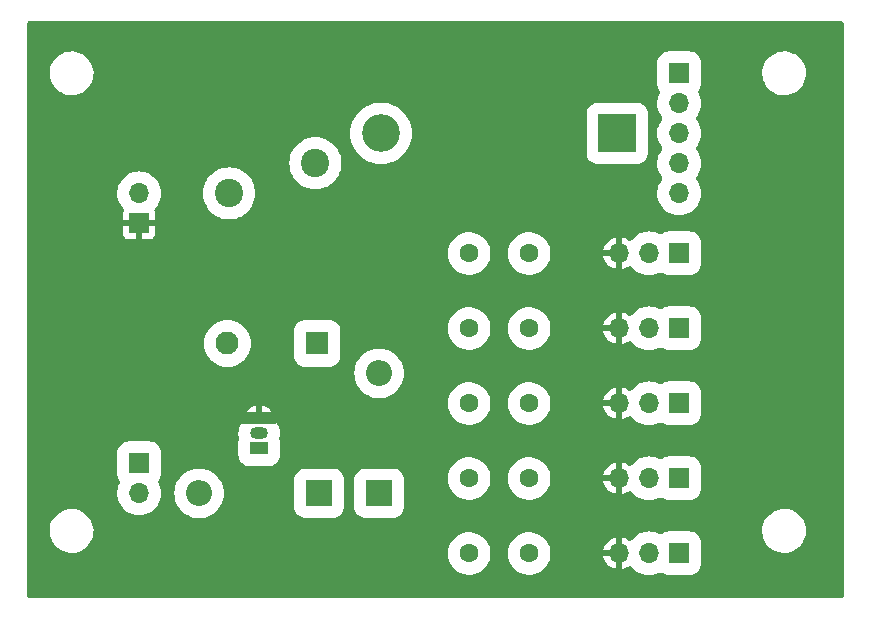
<source format=gbr>
%TF.GenerationSoftware,KiCad,Pcbnew,7.0.9*%
%TF.CreationDate,2024-02-06T23:46:10-08:00*%
%TF.ProjectId,AaronMotorDriver,4161726f-6e4d-46f7-946f-724472697665,rev?*%
%TF.SameCoordinates,Original*%
%TF.FileFunction,Copper,L2,Bot*%
%TF.FilePolarity,Positive*%
%FSLAX46Y46*%
G04 Gerber Fmt 4.6, Leading zero omitted, Abs format (unit mm)*
G04 Created by KiCad (PCBNEW 7.0.9) date 2024-02-06 23:46:10*
%MOMM*%
%LPD*%
G01*
G04 APERTURE LIST*
%TA.AperFunction,ComponentPad*%
%ADD10C,1.600000*%
%TD*%
%TA.AperFunction,ComponentPad*%
%ADD11R,1.500000X1.050000*%
%TD*%
%TA.AperFunction,ComponentPad*%
%ADD12O,1.500000X1.050000*%
%TD*%
%TA.AperFunction,ComponentPad*%
%ADD13R,1.950000X1.950000*%
%TD*%
%TA.AperFunction,ComponentPad*%
%ADD14C,1.950000*%
%TD*%
%TA.AperFunction,ComponentPad*%
%ADD15C,2.400000*%
%TD*%
%TA.AperFunction,ComponentPad*%
%ADD16R,1.700000X1.700000*%
%TD*%
%TA.AperFunction,ComponentPad*%
%ADD17O,1.700000X1.700000*%
%TD*%
%TA.AperFunction,ComponentPad*%
%ADD18R,2.200000X2.200000*%
%TD*%
%TA.AperFunction,ComponentPad*%
%ADD19O,2.200000X2.200000*%
%TD*%
%TA.AperFunction,ComponentPad*%
%ADD20R,3.200000X3.200000*%
%TD*%
%TA.AperFunction,ComponentPad*%
%ADD21O,3.200000X3.200000*%
%TD*%
%TA.AperFunction,Conductor*%
%ADD22C,1.000000*%
%TD*%
G04 APERTURE END LIST*
D10*
%TO.P,TH5,2*%
%TO.N,Net-(J5-Pin_2)*%
X139700000Y-116840000D03*
%TO.P,TH5,1*%
%TO.N,Net-(D1-K)*%
X134620000Y-116840000D03*
%TD*%
%TO.P,TH4,2*%
%TO.N,Net-(J4-Pin_2)*%
X139700000Y-110490000D03*
%TO.P,TH4,1*%
%TO.N,Net-(D1-K)*%
X134620000Y-110490000D03*
%TD*%
%TO.P,TH3,1*%
%TO.N,Net-(D1-K)*%
X134620000Y-104140000D03*
%TO.P,TH3,2*%
%TO.N,Net-(J3-Pin_2)*%
X139700000Y-104140000D03*
%TD*%
%TO.P,TH2,2*%
%TO.N,Net-(J2-Pin_2)*%
X139700000Y-97790000D03*
%TO.P,TH2,1*%
%TO.N,Net-(D1-K)*%
X134620000Y-97790000D03*
%TD*%
%TO.P,TH1,2*%
%TO.N,Net-(J1-Pin_2)*%
X139700000Y-91440000D03*
%TO.P,TH1,1*%
%TO.N,Net-(D1-K)*%
X134620000Y-91440000D03*
%TD*%
D11*
%TO.P,Q1,1,C*%
%TO.N,Net-(D3-A)*%
X116840000Y-107950000D03*
D12*
%TO.P,Q1,2,B*%
%TO.N,RelayControl*%
X116840000Y-106680000D03*
%TO.P,Q1,3,E*%
%TO.N,GND*%
X116840000Y-105410000D03*
%TD*%
D13*
%TO.P,K1,1,COIL_1*%
%TO.N,VCC*%
X121750000Y-99060000D03*
D14*
%TO.P,K1,2,COIL_2*%
%TO.N,Net-(D3-A)*%
X114150000Y-99060000D03*
D15*
%TO.P,K1,3,COM*%
%TO.N,5V*%
X114300000Y-86360000D03*
%TO.P,K1,4,NO*%
%TO.N,Net-(D1-A)*%
X121600000Y-83810000D03*
%TD*%
D16*
%TO.P,J9,1,Pin_1*%
%TO.N,GND*%
X106680000Y-88900000D03*
D17*
%TO.P,J9,2,Pin_2*%
%TO.N,5V*%
X106680000Y-86360000D03*
%TD*%
D16*
%TO.P,J8,1,Pin_1*%
%TO.N,PWM4*%
X152400000Y-76200000D03*
D17*
%TO.P,J8,2,Pin_2*%
%TO.N,PWM3*%
X152400000Y-78740000D03*
%TO.P,J8,3,Pin_3*%
%TO.N,PWM2*%
X152400000Y-81280000D03*
%TO.P,J8,4,Pin_4*%
%TO.N,PWM1*%
X152400000Y-83820000D03*
%TO.P,J8,5,Pin_5*%
%TO.N,PWM0*%
X152400000Y-86360000D03*
%TD*%
D16*
%TO.P,J7,1,Pin_1*%
%TO.N,RelayControl*%
X106680000Y-109220000D03*
D17*
%TO.P,J7,2,Pin_2*%
%TO.N,VCC*%
X106680000Y-111760000D03*
%TD*%
%TO.P,J5,3,Pin_3*%
%TO.N,GND*%
X147320000Y-116840000D03*
%TO.P,J5,2,Pin_2*%
%TO.N,Net-(J5-Pin_2)*%
X149860000Y-116840000D03*
D16*
%TO.P,J5,1,Pin_1*%
%TO.N,PWM4*%
X152400000Y-116840000D03*
%TD*%
%TO.P,J4,1,Pin_1*%
%TO.N,PWM3*%
X152400000Y-110490000D03*
D17*
%TO.P,J4,2,Pin_2*%
%TO.N,Net-(J4-Pin_2)*%
X149860000Y-110490000D03*
%TO.P,J4,3,Pin_3*%
%TO.N,GND*%
X147320000Y-110490000D03*
%TD*%
D16*
%TO.P,J3,1,Pin_1*%
%TO.N,PWM2*%
X152400000Y-104140000D03*
D17*
%TO.P,J3,2,Pin_2*%
%TO.N,Net-(J3-Pin_2)*%
X149860000Y-104140000D03*
%TO.P,J3,3,Pin_3*%
%TO.N,GND*%
X147320000Y-104140000D03*
%TD*%
D16*
%TO.P,J2,1,Pin_1*%
%TO.N,PWM1*%
X152400000Y-97790000D03*
D17*
%TO.P,J2,2,Pin_2*%
%TO.N,Net-(J2-Pin_2)*%
X149860000Y-97790000D03*
%TO.P,J2,3,Pin_3*%
%TO.N,GND*%
X147320000Y-97790000D03*
%TD*%
%TO.P,J1,3,Pin_3*%
%TO.N,GND*%
X147320000Y-91440000D03*
%TO.P,J1,2,Pin_2*%
%TO.N,Net-(J1-Pin_2)*%
X149860000Y-91440000D03*
D16*
%TO.P,J1,1,Pin_1*%
%TO.N,PWM0*%
X152400000Y-91440000D03*
%TD*%
D18*
%TO.P,D3,1,K*%
%TO.N,Net-(D2-K)*%
X127000000Y-111760000D03*
D19*
%TO.P,D3,2,A*%
%TO.N,Net-(D3-A)*%
X127000000Y-101600000D03*
%TD*%
D18*
%TO.P,D2,1,K*%
%TO.N,Net-(D2-K)*%
X121920000Y-111760000D03*
D19*
%TO.P,D2,2,A*%
%TO.N,VCC*%
X111760000Y-111760000D03*
%TD*%
D20*
%TO.P,D1,1,K*%
%TO.N,Net-(D1-K)*%
X147160000Y-81280000D03*
D21*
%TO.P,D1,2,A*%
%TO.N,Net-(D1-A)*%
X127160000Y-81280000D03*
%TD*%
D22*
%TO.N,GND*%
X116840000Y-105410000D02*
X118110000Y-105410000D01*
X115570000Y-105410000D02*
X116840000Y-105410000D01*
%TD*%
%TA.AperFunction,Conductor*%
%TO.N,GND*%
G36*
X166216288Y-71773954D02*
G01*
X166297070Y-71827930D01*
X166351046Y-71908712D01*
X166370000Y-72004000D01*
X166370000Y-120401000D01*
X166351046Y-120496288D01*
X166297070Y-120577070D01*
X166216288Y-120631046D01*
X166121000Y-120650000D01*
X97404000Y-120650000D01*
X97308712Y-120631046D01*
X97227930Y-120577070D01*
X97173954Y-120496288D01*
X97155000Y-120401000D01*
X97155000Y-116840000D01*
X132814451Y-116840000D01*
X132834616Y-117109100D01*
X132894663Y-117372187D01*
X132894667Y-117372198D01*
X132993256Y-117623395D01*
X132993257Y-117623398D01*
X133128188Y-117857107D01*
X133292426Y-118063053D01*
X133296439Y-118068085D01*
X133494259Y-118251635D01*
X133717226Y-118403651D01*
X133960359Y-118520738D01*
X134218228Y-118600280D01*
X134485071Y-118640500D01*
X134485074Y-118640500D01*
X134754926Y-118640500D01*
X134754929Y-118640500D01*
X135021772Y-118600280D01*
X135279641Y-118520738D01*
X135522775Y-118403651D01*
X135527076Y-118400719D01*
X135745738Y-118251637D01*
X135745737Y-118251637D01*
X135745741Y-118251635D01*
X135943561Y-118068085D01*
X136111815Y-117857102D01*
X136246743Y-117623398D01*
X136345334Y-117372195D01*
X136405383Y-117109103D01*
X136425549Y-116840000D01*
X137894451Y-116840000D01*
X137914616Y-117109100D01*
X137974663Y-117372187D01*
X137974667Y-117372198D01*
X138073256Y-117623395D01*
X138073257Y-117623398D01*
X138208188Y-117857107D01*
X138372426Y-118063053D01*
X138376439Y-118068085D01*
X138574259Y-118251635D01*
X138797226Y-118403651D01*
X139040359Y-118520738D01*
X139298228Y-118600280D01*
X139565071Y-118640500D01*
X139565074Y-118640500D01*
X139834926Y-118640500D01*
X139834929Y-118640500D01*
X140101772Y-118600280D01*
X140359641Y-118520738D01*
X140602775Y-118403651D01*
X140607076Y-118400719D01*
X140825738Y-118251637D01*
X140825737Y-118251637D01*
X140825741Y-118251635D01*
X141023561Y-118068085D01*
X141191815Y-117857102D01*
X141326743Y-117623398D01*
X141425334Y-117372195D01*
X141485383Y-117109103D01*
X141486814Y-117090001D01*
X145989363Y-117090001D01*
X146046566Y-117303483D01*
X146046566Y-117303485D01*
X146146399Y-117517576D01*
X146281889Y-117711076D01*
X146448923Y-117878110D01*
X146642423Y-118013600D01*
X146856511Y-118113431D01*
X147070000Y-118170635D01*
X147070000Y-117275501D01*
X147177685Y-117324680D01*
X147284237Y-117340000D01*
X147355763Y-117340000D01*
X147462315Y-117324680D01*
X147570000Y-117275501D01*
X147570000Y-118170635D01*
X147783488Y-118113431D01*
X147997577Y-118013600D01*
X148081712Y-117954688D01*
X148170639Y-117915559D01*
X148267771Y-117913439D01*
X148358321Y-117948651D01*
X148423867Y-118009435D01*
X148457913Y-118054915D01*
X148645085Y-118242087D01*
X148856989Y-118400716D01*
X149089311Y-118527574D01*
X149337322Y-118620077D01*
X149595974Y-118676343D01*
X149860000Y-118695227D01*
X150124026Y-118676343D01*
X150382678Y-118620077D01*
X150630689Y-118527574D01*
X150701338Y-118488995D01*
X150794051Y-118459964D01*
X150890819Y-118468622D01*
X150976908Y-118513652D01*
X150977950Y-118514497D01*
X150996593Y-118529698D01*
X151176951Y-118623909D01*
X151372582Y-118679886D01*
X151491963Y-118690500D01*
X153308036Y-118690499D01*
X153308039Y-118690499D01*
X153359199Y-118685950D01*
X153427418Y-118679886D01*
X153623049Y-118623909D01*
X153803407Y-118529698D01*
X153961109Y-118401109D01*
X154089698Y-118243407D01*
X154183909Y-118063049D01*
X154239886Y-117867418D01*
X154250500Y-117748037D01*
X154250499Y-115931964D01*
X154247797Y-115901575D01*
X154240803Y-115822898D01*
X154239886Y-115812582D01*
X154183909Y-115616951D01*
X154089698Y-115436593D01*
X153961109Y-115278891D01*
X153803407Y-115150302D01*
X153803405Y-115150301D01*
X153803402Y-115150299D01*
X153623053Y-115056093D01*
X153623052Y-115056092D01*
X153623049Y-115056091D01*
X153436693Y-115002768D01*
X159435787Y-115002768D01*
X159465328Y-115271238D01*
X159465414Y-115272018D01*
X159533928Y-115534088D01*
X159619513Y-115735487D01*
X159639869Y-115783387D01*
X159639872Y-115783394D01*
X159780976Y-116014601D01*
X159780978Y-116014605D01*
X159780982Y-116014610D01*
X159780987Y-116014616D01*
X159780990Y-116014620D01*
X159954254Y-116222819D01*
X159954255Y-116222820D01*
X160125790Y-116376516D01*
X160155996Y-116403580D01*
X160155999Y-116403583D01*
X160381903Y-116553040D01*
X160381906Y-116553041D01*
X160381910Y-116553044D01*
X160627176Y-116668020D01*
X160886569Y-116746060D01*
X161154561Y-116785500D01*
X161154567Y-116785500D01*
X161357634Y-116785500D01*
X161382610Y-116783671D01*
X161560156Y-116770677D01*
X161824553Y-116711780D01*
X162077558Y-116615014D01*
X162156166Y-116570897D01*
X162313773Y-116482444D01*
X162401055Y-116415048D01*
X162528177Y-116316888D01*
X162716186Y-116121881D01*
X162873799Y-115901579D01*
X162997656Y-115660675D01*
X163073652Y-115437914D01*
X163085117Y-115404309D01*
X163108283Y-115278893D01*
X163134319Y-115137933D01*
X163144212Y-114867235D01*
X163114586Y-114597982D01*
X163046072Y-114335912D01*
X162940130Y-114086610D01*
X162799018Y-113855390D01*
X162625745Y-113647180D01*
X162424002Y-113466418D01*
X162424000Y-113466416D01*
X162198096Y-113316959D01*
X162198090Y-113316956D01*
X161952824Y-113201980D01*
X161693431Y-113123940D01*
X161693427Y-113123939D01*
X161693426Y-113123939D01*
X161631715Y-113114857D01*
X161425439Y-113084500D01*
X161222369Y-113084500D01*
X161222366Y-113084500D01*
X161165012Y-113088698D01*
X161019844Y-113099323D01*
X161019840Y-113099323D01*
X161019837Y-113099324D01*
X160755442Y-113158221D01*
X160502436Y-113254988D01*
X160266226Y-113387555D01*
X160051826Y-113553108D01*
X159863811Y-113748122D01*
X159706204Y-113968416D01*
X159706199Y-113968424D01*
X159582344Y-114209323D01*
X159582343Y-114209325D01*
X159494882Y-114465690D01*
X159445681Y-114732062D01*
X159445680Y-114732073D01*
X159435788Y-115002765D01*
X159435787Y-115002768D01*
X153436693Y-115002768D01*
X153427418Y-115000114D01*
X153403541Y-114997991D01*
X153308041Y-114989500D01*
X153308037Y-114989500D01*
X152270281Y-114989500D01*
X151491961Y-114989501D01*
X151372585Y-115000113D01*
X151176954Y-115056090D01*
X151176946Y-115056093D01*
X150996596Y-115150299D01*
X150996593Y-115150301D01*
X150978024Y-115165443D01*
X150892196Y-115210969D01*
X150795479Y-115220184D01*
X150702597Y-115191686D01*
X150701340Y-115191004D01*
X150630691Y-115152427D01*
X150630687Y-115152425D01*
X150559177Y-115125753D01*
X150382678Y-115059923D01*
X150180293Y-115015897D01*
X150124027Y-115003657D01*
X149860000Y-114984773D01*
X149595972Y-115003657D01*
X149483440Y-115028137D01*
X149337322Y-115059923D01*
X149284244Y-115079720D01*
X149089312Y-115152425D01*
X149089308Y-115152427D01*
X148856995Y-115279280D01*
X148856989Y-115279284D01*
X148645085Y-115437913D01*
X148645084Y-115437914D01*
X148457909Y-115625089D01*
X148423868Y-115670564D01*
X148351590Y-115735487D01*
X148259969Y-115767809D01*
X148162954Y-115762608D01*
X148081714Y-115725312D01*
X147997579Y-115666400D01*
X147783484Y-115566566D01*
X147570001Y-115509363D01*
X147570000Y-115509364D01*
X147570000Y-116404498D01*
X147462315Y-116355320D01*
X147355763Y-116340000D01*
X147284237Y-116340000D01*
X147177685Y-116355320D01*
X147070000Y-116404498D01*
X147070000Y-115509364D01*
X147069998Y-115509363D01*
X146856516Y-115566566D01*
X146856505Y-115566570D01*
X146642428Y-115666396D01*
X146642420Y-115666400D01*
X146448923Y-115801889D01*
X146281889Y-115968923D01*
X146146400Y-116162420D01*
X146146396Y-116162428D01*
X146046570Y-116376505D01*
X146046566Y-116376516D01*
X145989363Y-116589998D01*
X145989364Y-116590000D01*
X146886314Y-116590000D01*
X146860507Y-116630156D01*
X146820000Y-116768111D01*
X146820000Y-116911889D01*
X146860507Y-117049844D01*
X146886314Y-117090000D01*
X145989364Y-117090000D01*
X145989363Y-117090001D01*
X141486814Y-117090001D01*
X141505549Y-116840000D01*
X141485383Y-116570897D01*
X141447195Y-116403583D01*
X141425336Y-116307812D01*
X141425334Y-116307809D01*
X141425334Y-116307805D01*
X141326743Y-116056602D01*
X141191815Y-115822898D01*
X141191813Y-115822895D01*
X141191811Y-115822892D01*
X141023562Y-115611916D01*
X140825738Y-115428362D01*
X140602778Y-115276350D01*
X140602773Y-115276348D01*
X140359649Y-115159265D01*
X140359644Y-115159263D01*
X140359641Y-115159262D01*
X140101772Y-115079720D01*
X139834929Y-115039500D01*
X139565071Y-115039500D01*
X139364938Y-115069665D01*
X139298227Y-115079720D01*
X139124439Y-115133326D01*
X139069417Y-115150299D01*
X139040353Y-115159264D01*
X138797227Y-115276348D01*
X138574257Y-115428366D01*
X138376437Y-115611916D01*
X138208189Y-115822892D01*
X138208188Y-115822892D01*
X138073257Y-116056601D01*
X138073256Y-116056604D01*
X137974667Y-116307801D01*
X137974663Y-116307812D01*
X137914616Y-116570899D01*
X137894451Y-116840000D01*
X136425549Y-116840000D01*
X136405383Y-116570897D01*
X136367195Y-116403583D01*
X136345336Y-116307812D01*
X136345334Y-116307809D01*
X136345334Y-116307805D01*
X136246743Y-116056602D01*
X136111815Y-115822898D01*
X136111813Y-115822895D01*
X136111811Y-115822892D01*
X135943562Y-115611916D01*
X135745738Y-115428362D01*
X135522778Y-115276350D01*
X135522773Y-115276348D01*
X135279649Y-115159265D01*
X135279644Y-115159263D01*
X135279641Y-115159262D01*
X135021772Y-115079720D01*
X134754929Y-115039500D01*
X134485071Y-115039500D01*
X134284938Y-115069665D01*
X134218227Y-115079720D01*
X134044439Y-115133326D01*
X133989417Y-115150299D01*
X133960353Y-115159264D01*
X133717227Y-115276348D01*
X133494257Y-115428366D01*
X133296437Y-115611916D01*
X133128189Y-115822892D01*
X133128188Y-115822892D01*
X132993257Y-116056601D01*
X132993256Y-116056604D01*
X132894667Y-116307801D01*
X132894663Y-116307812D01*
X132834616Y-116570899D01*
X132814451Y-116840000D01*
X97155000Y-116840000D01*
X97155000Y-115002768D01*
X99110787Y-115002768D01*
X99140328Y-115271238D01*
X99140414Y-115272018D01*
X99208928Y-115534088D01*
X99294513Y-115735487D01*
X99314869Y-115783387D01*
X99314872Y-115783394D01*
X99455976Y-116014601D01*
X99455978Y-116014605D01*
X99455982Y-116014610D01*
X99455987Y-116014616D01*
X99455990Y-116014620D01*
X99629254Y-116222819D01*
X99629255Y-116222820D01*
X99800790Y-116376516D01*
X99830996Y-116403580D01*
X99830999Y-116403583D01*
X100056903Y-116553040D01*
X100056906Y-116553041D01*
X100056910Y-116553044D01*
X100302176Y-116668020D01*
X100561569Y-116746060D01*
X100829561Y-116785500D01*
X100829567Y-116785500D01*
X101032634Y-116785500D01*
X101057610Y-116783671D01*
X101235156Y-116770677D01*
X101499553Y-116711780D01*
X101752558Y-116615014D01*
X101831166Y-116570897D01*
X101988773Y-116482444D01*
X102076055Y-116415048D01*
X102203177Y-116316888D01*
X102391186Y-116121881D01*
X102548799Y-115901579D01*
X102672656Y-115660675D01*
X102748652Y-115437914D01*
X102760117Y-115404309D01*
X102783283Y-115278893D01*
X102809319Y-115137933D01*
X102819212Y-114867235D01*
X102789586Y-114597982D01*
X102721072Y-114335912D01*
X102615130Y-114086610D01*
X102474018Y-113855390D01*
X102300745Y-113647180D01*
X102099002Y-113466418D01*
X102099000Y-113466416D01*
X101873096Y-113316959D01*
X101873090Y-113316956D01*
X101627824Y-113201980D01*
X101368431Y-113123940D01*
X101368427Y-113123939D01*
X101368426Y-113123939D01*
X101306715Y-113114857D01*
X101100439Y-113084500D01*
X100897369Y-113084500D01*
X100897366Y-113084500D01*
X100840012Y-113088698D01*
X100694844Y-113099323D01*
X100694840Y-113099323D01*
X100694837Y-113099324D01*
X100430442Y-113158221D01*
X100177436Y-113254988D01*
X99941226Y-113387555D01*
X99726826Y-113553108D01*
X99538811Y-113748122D01*
X99381204Y-113968416D01*
X99381199Y-113968424D01*
X99257344Y-114209323D01*
X99257343Y-114209325D01*
X99169882Y-114465690D01*
X99120681Y-114732062D01*
X99120680Y-114732073D01*
X99110788Y-115002765D01*
X99110787Y-115002768D01*
X97155000Y-115002768D01*
X97155000Y-111760000D01*
X104824773Y-111760000D01*
X104843657Y-112024027D01*
X104849549Y-112051110D01*
X104899923Y-112282678D01*
X104965753Y-112459177D01*
X104992425Y-112530687D01*
X104992427Y-112530691D01*
X105029617Y-112598800D01*
X105119284Y-112763011D01*
X105277913Y-112974915D01*
X105465085Y-113162087D01*
X105676989Y-113320716D01*
X105909311Y-113447574D01*
X106157322Y-113540077D01*
X106415974Y-113596343D01*
X106680000Y-113615227D01*
X106944026Y-113596343D01*
X107202678Y-113540077D01*
X107450689Y-113447574D01*
X107683011Y-113320716D01*
X107894915Y-113162087D01*
X108082087Y-112974915D01*
X108240716Y-112763011D01*
X108367574Y-112530689D01*
X108460077Y-112282678D01*
X108516343Y-112024026D01*
X108535227Y-111760000D01*
X109654592Y-111760000D01*
X109674202Y-112046689D01*
X109674203Y-112046692D01*
X109699980Y-112170738D01*
X109732666Y-112328032D01*
X109733325Y-112329885D01*
X109828897Y-112598800D01*
X109828898Y-112598802D01*
X109913985Y-112763010D01*
X109961099Y-112853936D01*
X110126811Y-113088698D01*
X110322947Y-113298708D01*
X110529088Y-113466416D01*
X110545853Y-113480055D01*
X110768132Y-113615227D01*
X110791375Y-113629361D01*
X111054942Y-113743844D01*
X111331642Y-113821371D01*
X111331646Y-113821371D01*
X111331648Y-113821372D01*
X111411429Y-113832337D01*
X111616322Y-113860500D01*
X111616330Y-113860500D01*
X111903670Y-113860500D01*
X111903678Y-113860500D01*
X112188358Y-113821371D01*
X112465058Y-113743844D01*
X112728625Y-113629361D01*
X112974147Y-113480055D01*
X113197053Y-113298708D01*
X113393189Y-113088698D01*
X113558901Y-112853936D01*
X113691104Y-112598797D01*
X113787334Y-112328032D01*
X113845798Y-112046686D01*
X113865408Y-111760000D01*
X113845798Y-111473314D01*
X113787334Y-111191968D01*
X113691104Y-110921203D01*
X113558901Y-110666064D01*
X113513650Y-110601958D01*
X119819500Y-110601958D01*
X119819501Y-112918039D01*
X119830113Y-113037414D01*
X119830113Y-113037417D01*
X119830114Y-113037418D01*
X119886091Y-113233049D01*
X119980302Y-113413407D01*
X120108891Y-113571109D01*
X120266593Y-113699698D01*
X120446951Y-113793909D01*
X120642582Y-113849886D01*
X120761963Y-113860500D01*
X123078036Y-113860499D01*
X123078039Y-113860499D01*
X123135629Y-113855379D01*
X123197418Y-113849886D01*
X123393049Y-113793909D01*
X123573407Y-113699698D01*
X123731109Y-113571109D01*
X123859698Y-113413407D01*
X123953909Y-113233049D01*
X124009886Y-113037418D01*
X124020500Y-112918037D01*
X124020499Y-110601964D01*
X124020498Y-110601958D01*
X124899500Y-110601958D01*
X124899501Y-112918039D01*
X124910113Y-113037414D01*
X124910113Y-113037417D01*
X124910114Y-113037418D01*
X124966091Y-113233049D01*
X125060302Y-113413407D01*
X125188891Y-113571109D01*
X125346593Y-113699698D01*
X125526951Y-113793909D01*
X125722582Y-113849886D01*
X125841963Y-113860500D01*
X128158036Y-113860499D01*
X128158039Y-113860499D01*
X128215629Y-113855379D01*
X128277418Y-113849886D01*
X128473049Y-113793909D01*
X128653407Y-113699698D01*
X128811109Y-113571109D01*
X128939698Y-113413407D01*
X129033909Y-113233049D01*
X129089886Y-113037418D01*
X129100500Y-112918037D01*
X129100499Y-110601964D01*
X129100498Y-110601958D01*
X129090545Y-110490000D01*
X132814451Y-110490000D01*
X132834616Y-110759100D01*
X132894663Y-111022187D01*
X132894667Y-111022198D01*
X132993256Y-111273395D01*
X132993257Y-111273398D01*
X133128188Y-111507107D01*
X133292426Y-111713053D01*
X133296439Y-111718085D01*
X133494259Y-111901635D01*
X133717226Y-112053651D01*
X133960359Y-112170738D01*
X134218228Y-112250280D01*
X134485071Y-112290500D01*
X134485074Y-112290500D01*
X134754926Y-112290500D01*
X134754929Y-112290500D01*
X135021772Y-112250280D01*
X135279641Y-112170738D01*
X135522775Y-112053651D01*
X135527076Y-112050719D01*
X135745738Y-111901637D01*
X135745737Y-111901637D01*
X135745741Y-111901635D01*
X135943561Y-111718085D01*
X136111815Y-111507102D01*
X136246743Y-111273398D01*
X136345334Y-111022195D01*
X136405383Y-110759103D01*
X136425549Y-110490000D01*
X137894451Y-110490000D01*
X137914616Y-110759100D01*
X137974663Y-111022187D01*
X137974667Y-111022198D01*
X138073256Y-111273395D01*
X138073257Y-111273398D01*
X138208188Y-111507107D01*
X138372426Y-111713053D01*
X138376439Y-111718085D01*
X138574259Y-111901635D01*
X138797226Y-112053651D01*
X139040359Y-112170738D01*
X139298228Y-112250280D01*
X139565071Y-112290500D01*
X139565074Y-112290500D01*
X139834926Y-112290500D01*
X139834929Y-112290500D01*
X140101772Y-112250280D01*
X140359641Y-112170738D01*
X140602775Y-112053651D01*
X140607076Y-112050719D01*
X140825738Y-111901637D01*
X140825737Y-111901637D01*
X140825741Y-111901635D01*
X141023561Y-111718085D01*
X141191815Y-111507102D01*
X141326743Y-111273398D01*
X141425334Y-111022195D01*
X141485383Y-110759103D01*
X141486814Y-110740001D01*
X145989363Y-110740001D01*
X146046566Y-110953483D01*
X146046566Y-110953485D01*
X146146399Y-111167576D01*
X146281889Y-111361076D01*
X146448923Y-111528110D01*
X146642423Y-111663600D01*
X146856511Y-111763431D01*
X147070000Y-111820635D01*
X147070000Y-110925501D01*
X147177685Y-110974680D01*
X147284237Y-110990000D01*
X147355763Y-110990000D01*
X147462315Y-110974680D01*
X147570000Y-110925501D01*
X147570000Y-111820635D01*
X147783488Y-111763431D01*
X147997577Y-111663600D01*
X148081712Y-111604688D01*
X148170639Y-111565559D01*
X148267771Y-111563439D01*
X148358321Y-111598651D01*
X148423867Y-111659435D01*
X148457913Y-111704915D01*
X148645085Y-111892087D01*
X148856989Y-112050716D01*
X149089311Y-112177574D01*
X149337322Y-112270077D01*
X149595974Y-112326343D01*
X149860000Y-112345227D01*
X150124026Y-112326343D01*
X150382678Y-112270077D01*
X150630689Y-112177574D01*
X150701338Y-112138995D01*
X150794051Y-112109964D01*
X150890819Y-112118622D01*
X150976908Y-112163652D01*
X150977950Y-112164497D01*
X150996593Y-112179698D01*
X151176951Y-112273909D01*
X151372582Y-112329886D01*
X151491963Y-112340500D01*
X153308036Y-112340499D01*
X153308039Y-112340499D01*
X153359199Y-112335950D01*
X153427418Y-112329886D01*
X153623049Y-112273909D01*
X153803407Y-112179698D01*
X153961109Y-112051109D01*
X154089698Y-111893407D01*
X154183909Y-111713049D01*
X154239886Y-111517418D01*
X154250500Y-111398037D01*
X154250499Y-109581964D01*
X154239886Y-109462582D01*
X154183909Y-109266951D01*
X154089698Y-109086593D01*
X153961109Y-108928891D01*
X153803407Y-108800302D01*
X153803405Y-108800301D01*
X153803402Y-108800299D01*
X153623053Y-108706093D01*
X153623052Y-108706092D01*
X153623049Y-108706091D01*
X153427418Y-108650114D01*
X153403541Y-108647991D01*
X153308041Y-108639500D01*
X153308037Y-108639500D01*
X152270281Y-108639500D01*
X151491961Y-108639501D01*
X151372585Y-108650113D01*
X151176954Y-108706090D01*
X151176946Y-108706093D01*
X150996596Y-108800299D01*
X150996593Y-108800301D01*
X150978024Y-108815443D01*
X150892196Y-108860969D01*
X150795479Y-108870184D01*
X150702597Y-108841686D01*
X150701340Y-108841004D01*
X150630691Y-108802427D01*
X150630687Y-108802425D01*
X150559177Y-108775753D01*
X150382678Y-108709923D01*
X150180293Y-108665897D01*
X150124027Y-108653657D01*
X149860000Y-108634773D01*
X149595972Y-108653657D01*
X149483440Y-108678137D01*
X149337322Y-108709923D01*
X149284244Y-108729720D01*
X149089312Y-108802425D01*
X149089308Y-108802427D01*
X148856995Y-108929280D01*
X148856989Y-108929284D01*
X148645085Y-109087913D01*
X148645084Y-109087914D01*
X148457909Y-109275089D01*
X148423868Y-109320564D01*
X148351590Y-109385487D01*
X148259969Y-109417809D01*
X148162954Y-109412608D01*
X148081714Y-109375312D01*
X147997579Y-109316400D01*
X147783484Y-109216566D01*
X147570001Y-109159363D01*
X147570000Y-109159364D01*
X147570000Y-110054498D01*
X147462315Y-110005320D01*
X147355763Y-109990000D01*
X147284237Y-109990000D01*
X147177685Y-110005320D01*
X147070000Y-110054498D01*
X147070000Y-109159364D01*
X147069998Y-109159363D01*
X146856516Y-109216566D01*
X146856505Y-109216570D01*
X146642428Y-109316396D01*
X146642420Y-109316400D01*
X146448923Y-109451889D01*
X146281889Y-109618923D01*
X146146400Y-109812420D01*
X146146396Y-109812428D01*
X146046570Y-110026505D01*
X146046566Y-110026516D01*
X145989363Y-110239998D01*
X145989364Y-110240000D01*
X146886314Y-110240000D01*
X146860507Y-110280156D01*
X146820000Y-110418111D01*
X146820000Y-110561889D01*
X146860507Y-110699844D01*
X146886314Y-110740000D01*
X145989364Y-110740000D01*
X145989363Y-110740001D01*
X141486814Y-110740001D01*
X141505549Y-110490000D01*
X141485383Y-110220897D01*
X141436179Y-110005320D01*
X141425336Y-109957812D01*
X141425334Y-109957809D01*
X141425334Y-109957805D01*
X141326743Y-109706602D01*
X141191815Y-109472898D01*
X141191813Y-109472895D01*
X141191811Y-109472892D01*
X141023562Y-109261916D01*
X140825738Y-109078362D01*
X140602778Y-108926350D01*
X140602773Y-108926348D01*
X140359649Y-108809265D01*
X140359644Y-108809263D01*
X140359641Y-108809262D01*
X140101772Y-108729720D01*
X139834929Y-108689500D01*
X139565071Y-108689500D01*
X139364938Y-108719665D01*
X139298227Y-108729720D01*
X139124439Y-108783326D01*
X139069417Y-108800299D01*
X139040353Y-108809264D01*
X138797227Y-108926348D01*
X138574257Y-109078366D01*
X138376437Y-109261916D01*
X138208189Y-109472892D01*
X138208188Y-109472892D01*
X138073257Y-109706601D01*
X138073256Y-109706604D01*
X137974667Y-109957801D01*
X137974663Y-109957812D01*
X137914616Y-110220899D01*
X137894451Y-110490000D01*
X136425549Y-110490000D01*
X136405383Y-110220897D01*
X136356179Y-110005320D01*
X136345336Y-109957812D01*
X136345334Y-109957809D01*
X136345334Y-109957805D01*
X136246743Y-109706602D01*
X136111815Y-109472898D01*
X136111813Y-109472895D01*
X136111811Y-109472892D01*
X135943562Y-109261916D01*
X135745738Y-109078362D01*
X135522778Y-108926350D01*
X135522773Y-108926348D01*
X135279649Y-108809265D01*
X135279644Y-108809263D01*
X135279641Y-108809262D01*
X135021772Y-108729720D01*
X134754929Y-108689500D01*
X134485071Y-108689500D01*
X134284938Y-108719665D01*
X134218227Y-108729720D01*
X134044439Y-108783326D01*
X133989417Y-108800299D01*
X133960353Y-108809264D01*
X133717227Y-108926348D01*
X133494257Y-109078366D01*
X133296437Y-109261916D01*
X133128189Y-109472892D01*
X133128188Y-109472892D01*
X132993257Y-109706601D01*
X132993256Y-109706604D01*
X132894667Y-109957801D01*
X132894663Y-109957812D01*
X132834616Y-110220899D01*
X132814451Y-110490000D01*
X129090545Y-110490000D01*
X129089886Y-110482585D01*
X129089886Y-110482582D01*
X129033909Y-110286951D01*
X128939698Y-110106593D01*
X128811109Y-109948891D01*
X128653407Y-109820302D01*
X128653402Y-109820299D01*
X128473053Y-109726093D01*
X128473052Y-109726092D01*
X128473049Y-109726091D01*
X128277418Y-109670114D01*
X128253541Y-109667991D01*
X128158041Y-109659500D01*
X128158037Y-109659500D01*
X126834566Y-109659500D01*
X125841961Y-109659501D01*
X125722585Y-109670113D01*
X125526954Y-109726090D01*
X125526946Y-109726093D01*
X125346597Y-109820299D01*
X125346592Y-109820302D01*
X125188893Y-109948889D01*
X125188889Y-109948893D01*
X125060302Y-110106592D01*
X125060299Y-110106597D01*
X124966093Y-110286946D01*
X124966090Y-110286954D01*
X124910115Y-110482578D01*
X124910114Y-110482582D01*
X124899500Y-110601958D01*
X124020498Y-110601958D01*
X124009886Y-110482585D01*
X124009886Y-110482582D01*
X123953909Y-110286951D01*
X123859698Y-110106593D01*
X123731109Y-109948891D01*
X123573407Y-109820302D01*
X123573402Y-109820299D01*
X123393053Y-109726093D01*
X123393052Y-109726092D01*
X123393049Y-109726091D01*
X123197418Y-109670114D01*
X123173541Y-109667991D01*
X123078041Y-109659500D01*
X123078037Y-109659500D01*
X121754566Y-109659500D01*
X120761961Y-109659501D01*
X120642585Y-109670113D01*
X120446954Y-109726090D01*
X120446946Y-109726093D01*
X120266597Y-109820299D01*
X120266592Y-109820302D01*
X120108893Y-109948889D01*
X120108889Y-109948893D01*
X119980302Y-110106592D01*
X119980299Y-110106597D01*
X119886093Y-110286946D01*
X119886090Y-110286954D01*
X119830115Y-110482578D01*
X119830114Y-110482582D01*
X119819500Y-110601958D01*
X113513650Y-110601958D01*
X113393189Y-110431302D01*
X113197053Y-110221292D01*
X112974147Y-110039945D01*
X112974146Y-110039944D01*
X112728626Y-109890639D01*
X112465057Y-109776155D01*
X112188351Y-109698627D01*
X111903681Y-109659500D01*
X111903678Y-109659500D01*
X111616322Y-109659500D01*
X111616318Y-109659500D01*
X111331648Y-109698627D01*
X111054942Y-109776155D01*
X110791373Y-109890639D01*
X110545853Y-110039944D01*
X110322949Y-110221290D01*
X110126810Y-110431303D01*
X110126809Y-110431304D01*
X109961098Y-110666065D01*
X109828898Y-110921197D01*
X109828897Y-110921199D01*
X109732666Y-111191968D01*
X109674203Y-111473307D01*
X109674202Y-111473310D01*
X109654592Y-111760000D01*
X108535227Y-111760000D01*
X108516343Y-111495974D01*
X108460077Y-111237322D01*
X108367574Y-110989311D01*
X108328994Y-110918658D01*
X108299964Y-110825943D01*
X108308623Y-110729175D01*
X108353655Y-110643087D01*
X108354230Y-110642375D01*
X108369698Y-110623407D01*
X108463909Y-110443049D01*
X108519886Y-110247418D01*
X108530500Y-110128037D01*
X108530499Y-108311964D01*
X108530498Y-108311958D01*
X108519886Y-108192585D01*
X108519886Y-108192582D01*
X108463909Y-107996951D01*
X108369698Y-107816593D01*
X108241109Y-107658891D01*
X108083407Y-107530302D01*
X108083402Y-107530299D01*
X107903053Y-107436093D01*
X107903052Y-107436092D01*
X107903049Y-107436091D01*
X107707418Y-107380114D01*
X107683541Y-107377991D01*
X107588041Y-107369500D01*
X107588037Y-107369500D01*
X106550281Y-107369500D01*
X105771961Y-107369501D01*
X105652585Y-107380113D01*
X105456954Y-107436090D01*
X105456946Y-107436093D01*
X105276597Y-107530299D01*
X105276592Y-107530302D01*
X105118893Y-107658889D01*
X105118889Y-107658893D01*
X104990302Y-107816592D01*
X104990299Y-107816597D01*
X104896093Y-107996946D01*
X104896090Y-107996954D01*
X104840115Y-108192578D01*
X104840114Y-108192582D01*
X104829500Y-108311958D01*
X104829501Y-110128039D01*
X104840113Y-110247414D01*
X104840113Y-110247417D01*
X104840114Y-110247418D01*
X104851425Y-110286946D01*
X104896090Y-110443045D01*
X104896093Y-110443053D01*
X104990299Y-110623402D01*
X104990306Y-110623413D01*
X105005440Y-110641973D01*
X105050968Y-110727800D01*
X105060185Y-110824517D01*
X105031688Y-110917399D01*
X105031004Y-110918660D01*
X104992427Y-110989308D01*
X104992425Y-110989312D01*
X104926595Y-111165810D01*
X104899923Y-111237322D01*
X104873002Y-111361076D01*
X104843657Y-111495972D01*
X104824773Y-111760000D01*
X97155000Y-111760000D01*
X97155000Y-106741626D01*
X115085778Y-106741626D01*
X115115466Y-106986132D01*
X115115466Y-106986133D01*
X115125433Y-107020543D01*
X115133737Y-107117342D01*
X115125657Y-107158311D01*
X115100115Y-107247578D01*
X115100114Y-107247582D01*
X115089500Y-107366958D01*
X115089501Y-108533040D01*
X115089501Y-108533039D01*
X115100113Y-108652414D01*
X115100113Y-108652417D01*
X115100114Y-108652418D01*
X115115472Y-108706090D01*
X115156090Y-108848045D01*
X115156093Y-108848053D01*
X115198524Y-108929284D01*
X115250302Y-109028407D01*
X115378891Y-109186109D01*
X115536593Y-109314698D01*
X115716951Y-109408909D01*
X115912582Y-109464886D01*
X116031963Y-109475500D01*
X117648036Y-109475499D01*
X117648039Y-109475499D01*
X117699199Y-109470950D01*
X117767418Y-109464886D01*
X117963049Y-109408909D01*
X118143407Y-109314698D01*
X118301109Y-109186109D01*
X118429698Y-109028407D01*
X118523909Y-108848049D01*
X118579886Y-108652418D01*
X118590500Y-108533037D01*
X118590499Y-107366964D01*
X118590498Y-107366958D01*
X118579886Y-107247587D01*
X118579886Y-107247582D01*
X118553583Y-107155660D01*
X118545593Y-107058839D01*
X118549005Y-107037375D01*
X118584304Y-106864477D01*
X118594222Y-106618374D01*
X118564533Y-106373868D01*
X118496008Y-106137290D01*
X118390420Y-105914769D01*
X118250504Y-105712066D01*
X118088506Y-105543407D01*
X118079882Y-105534428D01*
X118072377Y-105527780D01*
X118074277Y-105525634D01*
X118022011Y-105467241D01*
X117989850Y-105375564D01*
X117995222Y-105278557D01*
X118036380Y-105192232D01*
X118060285Y-105159999D01*
X118016559Y-105015851D01*
X118016558Y-105015849D01*
X117921378Y-104837782D01*
X117793298Y-104681715D01*
X117793284Y-104681701D01*
X117637217Y-104553621D01*
X117459150Y-104458441D01*
X117459147Y-104458440D01*
X117265935Y-104399829D01*
X117115361Y-104385000D01*
X117090001Y-104385000D01*
X117090000Y-104385001D01*
X117090000Y-104905500D01*
X117071046Y-105000788D01*
X117021004Y-105075681D01*
X117020948Y-105075637D01*
X116902576Y-105035000D01*
X116808927Y-105035000D01*
X116716554Y-105050414D01*
X116661882Y-105080001D01*
X116608954Y-105000788D01*
X116590000Y-104905500D01*
X116590000Y-104385001D01*
X116589999Y-104385000D01*
X116564638Y-104385000D01*
X116414064Y-104399829D01*
X116220852Y-104458440D01*
X116220849Y-104458441D01*
X116042782Y-104553621D01*
X115886715Y-104681701D01*
X115886701Y-104681715D01*
X115758621Y-104837782D01*
X115663441Y-105015849D01*
X115663440Y-105015851D01*
X115619713Y-105160000D01*
X115646520Y-105196145D01*
X115688059Y-105283972D01*
X115692826Y-105381010D01*
X115660095Y-105472486D01*
X115611639Y-105530852D01*
X115511225Y-105619811D01*
X115355458Y-105810592D01*
X115355451Y-105810602D01*
X115232304Y-106023898D01*
X115144962Y-106254199D01*
X115144962Y-106254200D01*
X115095695Y-106495523D01*
X115085778Y-106741626D01*
X97155000Y-106741626D01*
X97155000Y-104140000D01*
X132814451Y-104140000D01*
X132834616Y-104409100D01*
X132894663Y-104672187D01*
X132894666Y-104672195D01*
X132986232Y-104905500D01*
X132993256Y-104923395D01*
X132993257Y-104923398D01*
X133128188Y-105157107D01*
X133292426Y-105363053D01*
X133296439Y-105368085D01*
X133494259Y-105551635D01*
X133717226Y-105703651D01*
X133960359Y-105820738D01*
X134218228Y-105900280D01*
X134485071Y-105940500D01*
X134485074Y-105940500D01*
X134754926Y-105940500D01*
X134754929Y-105940500D01*
X135021772Y-105900280D01*
X135279641Y-105820738D01*
X135522775Y-105703651D01*
X135527076Y-105700719D01*
X135745738Y-105551637D01*
X135745737Y-105551637D01*
X135745741Y-105551635D01*
X135943561Y-105368085D01*
X136111815Y-105157102D01*
X136246743Y-104923398D01*
X136345334Y-104672195D01*
X136405383Y-104409103D01*
X136425549Y-104140000D01*
X137894451Y-104140000D01*
X137914616Y-104409100D01*
X137974663Y-104672187D01*
X137974666Y-104672195D01*
X138066232Y-104905500D01*
X138073256Y-104923395D01*
X138073257Y-104923398D01*
X138208188Y-105157107D01*
X138372426Y-105363053D01*
X138376439Y-105368085D01*
X138574259Y-105551635D01*
X138797226Y-105703651D01*
X139040359Y-105820738D01*
X139298228Y-105900280D01*
X139565071Y-105940500D01*
X139565074Y-105940500D01*
X139834926Y-105940500D01*
X139834929Y-105940500D01*
X140101772Y-105900280D01*
X140359641Y-105820738D01*
X140602775Y-105703651D01*
X140607076Y-105700719D01*
X140825738Y-105551637D01*
X140825737Y-105551637D01*
X140825741Y-105551635D01*
X141023561Y-105368085D01*
X141191815Y-105157102D01*
X141326743Y-104923398D01*
X141425334Y-104672195D01*
X141485383Y-104409103D01*
X141486814Y-104390001D01*
X145989363Y-104390001D01*
X146046566Y-104603483D01*
X146046566Y-104603485D01*
X146146399Y-104817576D01*
X146281889Y-105011076D01*
X146448923Y-105178110D01*
X146642423Y-105313600D01*
X146856511Y-105413431D01*
X147070000Y-105470635D01*
X147070000Y-104575501D01*
X147177685Y-104624680D01*
X147284237Y-104640000D01*
X147355763Y-104640000D01*
X147462315Y-104624680D01*
X147570000Y-104575501D01*
X147570000Y-105470635D01*
X147783488Y-105413431D01*
X147997577Y-105313600D01*
X148081712Y-105254688D01*
X148170639Y-105215559D01*
X148267771Y-105213439D01*
X148358321Y-105248651D01*
X148423867Y-105309435D01*
X148457913Y-105354915D01*
X148645085Y-105542087D01*
X148856989Y-105700716D01*
X149089311Y-105827574D01*
X149337322Y-105920077D01*
X149595974Y-105976343D01*
X149860000Y-105995227D01*
X150124026Y-105976343D01*
X150382678Y-105920077D01*
X150630689Y-105827574D01*
X150701338Y-105788995D01*
X150794051Y-105759964D01*
X150890819Y-105768622D01*
X150976908Y-105813652D01*
X150977950Y-105814497D01*
X150996593Y-105829698D01*
X151176951Y-105923909D01*
X151372582Y-105979886D01*
X151491963Y-105990500D01*
X153308036Y-105990499D01*
X153308039Y-105990499D01*
X153359199Y-105985950D01*
X153427418Y-105979886D01*
X153623049Y-105923909D01*
X153803407Y-105829698D01*
X153961109Y-105701109D01*
X154089698Y-105543407D01*
X154183909Y-105363049D01*
X154239886Y-105167418D01*
X154250500Y-105048037D01*
X154250499Y-103231964D01*
X154239886Y-103112582D01*
X154183909Y-102916951D01*
X154089698Y-102736593D01*
X153961109Y-102578891D01*
X153803407Y-102450302D01*
X153803405Y-102450301D01*
X153803402Y-102450299D01*
X153623053Y-102356093D01*
X153623052Y-102356092D01*
X153623049Y-102356091D01*
X153427418Y-102300114D01*
X153403541Y-102297991D01*
X153308041Y-102289500D01*
X153308037Y-102289500D01*
X152270281Y-102289500D01*
X151491961Y-102289501D01*
X151372585Y-102300113D01*
X151176954Y-102356090D01*
X151176946Y-102356093D01*
X150996596Y-102450299D01*
X150996593Y-102450301D01*
X150978024Y-102465443D01*
X150892196Y-102510969D01*
X150795479Y-102520184D01*
X150702597Y-102491686D01*
X150701340Y-102491004D01*
X150630691Y-102452427D01*
X150630687Y-102452425D01*
X150559177Y-102425753D01*
X150382678Y-102359923D01*
X150180293Y-102315897D01*
X150124027Y-102303657D01*
X149860000Y-102284773D01*
X149595972Y-102303657D01*
X149483440Y-102328137D01*
X149337322Y-102359923D01*
X149284244Y-102379720D01*
X149089312Y-102452425D01*
X149089308Y-102452427D01*
X148856995Y-102579280D01*
X148856989Y-102579284D01*
X148645085Y-102737913D01*
X148645084Y-102737914D01*
X148457909Y-102925089D01*
X148423868Y-102970564D01*
X148351590Y-103035487D01*
X148259969Y-103067809D01*
X148162954Y-103062608D01*
X148081714Y-103025312D01*
X147997579Y-102966400D01*
X147783484Y-102866566D01*
X147570001Y-102809363D01*
X147570000Y-102809364D01*
X147570000Y-103704498D01*
X147462315Y-103655320D01*
X147355763Y-103640000D01*
X147284237Y-103640000D01*
X147177685Y-103655320D01*
X147070000Y-103704498D01*
X147070000Y-102809364D01*
X147069998Y-102809363D01*
X146856516Y-102866566D01*
X146856505Y-102866570D01*
X146642428Y-102966396D01*
X146642420Y-102966400D01*
X146448923Y-103101889D01*
X146281889Y-103268923D01*
X146146400Y-103462420D01*
X146146396Y-103462428D01*
X146046570Y-103676505D01*
X146046566Y-103676516D01*
X145989363Y-103889998D01*
X145989364Y-103890000D01*
X146886314Y-103890000D01*
X146860507Y-103930156D01*
X146820000Y-104068111D01*
X146820000Y-104211889D01*
X146860507Y-104349844D01*
X146886314Y-104390000D01*
X145989364Y-104390000D01*
X145989363Y-104390001D01*
X141486814Y-104390001D01*
X141505549Y-104140000D01*
X141485383Y-103870897D01*
X141441014Y-103676505D01*
X141425336Y-103607812D01*
X141425334Y-103607809D01*
X141425334Y-103607805D01*
X141326743Y-103356602D01*
X141191815Y-103122898D01*
X141191813Y-103122895D01*
X141191811Y-103122892D01*
X141023562Y-102911916D01*
X140825738Y-102728362D01*
X140602778Y-102576350D01*
X140602773Y-102576348D01*
X140359649Y-102459265D01*
X140359644Y-102459263D01*
X140359641Y-102459262D01*
X140101772Y-102379720D01*
X139834929Y-102339500D01*
X139565071Y-102339500D01*
X139364938Y-102369665D01*
X139298227Y-102379720D01*
X139124439Y-102433326D01*
X139069417Y-102450299D01*
X139040353Y-102459264D01*
X138797227Y-102576348D01*
X138574257Y-102728366D01*
X138376437Y-102911916D01*
X138208189Y-103122892D01*
X138208188Y-103122892D01*
X138073257Y-103356601D01*
X138073256Y-103356604D01*
X137974667Y-103607801D01*
X137974663Y-103607812D01*
X137914616Y-103870899D01*
X137894451Y-104140000D01*
X136425549Y-104140000D01*
X136405383Y-103870897D01*
X136361014Y-103676505D01*
X136345336Y-103607812D01*
X136345334Y-103607809D01*
X136345334Y-103607805D01*
X136246743Y-103356602D01*
X136111815Y-103122898D01*
X136111813Y-103122895D01*
X136111811Y-103122892D01*
X135943562Y-102911916D01*
X135745738Y-102728362D01*
X135522778Y-102576350D01*
X135522773Y-102576348D01*
X135279649Y-102459265D01*
X135279644Y-102459263D01*
X135279641Y-102459262D01*
X135021772Y-102379720D01*
X134754929Y-102339500D01*
X134485071Y-102339500D01*
X134284938Y-102369665D01*
X134218227Y-102379720D01*
X134044439Y-102433326D01*
X133989417Y-102450299D01*
X133960353Y-102459264D01*
X133717227Y-102576348D01*
X133494257Y-102728366D01*
X133296437Y-102911916D01*
X133128189Y-103122892D01*
X133128188Y-103122892D01*
X132993257Y-103356601D01*
X132993256Y-103356604D01*
X132894667Y-103607801D01*
X132894663Y-103607812D01*
X132834616Y-103870899D01*
X132814451Y-104140000D01*
X97155000Y-104140000D01*
X97155000Y-101600000D01*
X124894592Y-101600000D01*
X124914202Y-101886689D01*
X124914203Y-101886692D01*
X124972666Y-102168032D01*
X125020867Y-102303657D01*
X125068897Y-102438800D01*
X125068898Y-102438802D01*
X125141486Y-102578889D01*
X125201099Y-102693936D01*
X125366811Y-102928698D01*
X125562947Y-103138708D01*
X125785853Y-103320055D01*
X126031375Y-103469361D01*
X126294942Y-103583844D01*
X126571642Y-103661371D01*
X126571646Y-103661371D01*
X126571648Y-103661372D01*
X126651429Y-103672337D01*
X126856322Y-103700500D01*
X126856330Y-103700500D01*
X127143670Y-103700500D01*
X127143678Y-103700500D01*
X127428358Y-103661371D01*
X127705058Y-103583844D01*
X127968625Y-103469361D01*
X128214147Y-103320055D01*
X128437053Y-103138708D01*
X128633189Y-102928698D01*
X128798901Y-102693936D01*
X128931104Y-102438797D01*
X129027334Y-102168032D01*
X129085798Y-101886686D01*
X129105408Y-101600000D01*
X129085798Y-101313314D01*
X129027334Y-101031968D01*
X128931104Y-100761203D01*
X128798901Y-100506064D01*
X128633189Y-100271302D01*
X128437053Y-100061292D01*
X128214147Y-99879945D01*
X128214146Y-99879944D01*
X127968626Y-99730639D01*
X127705057Y-99616155D01*
X127428351Y-99538627D01*
X127143681Y-99499500D01*
X127143678Y-99499500D01*
X126856322Y-99499500D01*
X126856318Y-99499500D01*
X126571648Y-99538627D01*
X126294942Y-99616155D01*
X126031373Y-99730639D01*
X125785853Y-99879944D01*
X125562949Y-100061290D01*
X125562947Y-100061292D01*
X125498065Y-100130764D01*
X125366810Y-100271303D01*
X125366809Y-100271304D01*
X125201098Y-100506065D01*
X125068898Y-100761197D01*
X125068897Y-100761199D01*
X124972666Y-101031968D01*
X124914203Y-101313307D01*
X124914202Y-101313310D01*
X124894592Y-101600000D01*
X97155000Y-101600000D01*
X97155000Y-99060000D01*
X112169454Y-99060000D01*
X112189613Y-99341861D01*
X112249680Y-99617984D01*
X112348432Y-99882749D01*
X112445923Y-100061290D01*
X112483860Y-100130766D01*
X112653198Y-100356976D01*
X112653200Y-100356978D01*
X112653203Y-100356982D01*
X112853018Y-100556797D01*
X112853021Y-100556799D01*
X112853023Y-100556801D01*
X112895244Y-100588407D01*
X113079236Y-100726141D01*
X113327251Y-100861568D01*
X113592016Y-100960320D01*
X113868139Y-101020387D01*
X114150000Y-101040546D01*
X114431861Y-101020387D01*
X114707984Y-100960320D01*
X114972749Y-100861568D01*
X115220764Y-100726141D01*
X115446982Y-100556797D01*
X115646797Y-100356982D01*
X115816141Y-100130764D01*
X115951568Y-99882749D01*
X116050320Y-99617984D01*
X116110387Y-99341861D01*
X116130546Y-99060000D01*
X116110387Y-98778139D01*
X116050320Y-98502016D01*
X115951568Y-98237251D01*
X115836739Y-98026958D01*
X119774500Y-98026958D01*
X119774501Y-100093039D01*
X119785113Y-100212414D01*
X119785113Y-100212417D01*
X119785114Y-100212418D01*
X119801964Y-100271304D01*
X119841090Y-100408045D01*
X119841093Y-100408053D01*
X119892289Y-100506064D01*
X119935302Y-100588407D01*
X120063891Y-100746109D01*
X120221593Y-100874698D01*
X120401951Y-100968909D01*
X120597582Y-101024886D01*
X120716963Y-101035500D01*
X122783036Y-101035499D01*
X122783039Y-101035499D01*
X122834199Y-101030950D01*
X122902418Y-101024886D01*
X123098049Y-100968909D01*
X123278407Y-100874698D01*
X123436109Y-100746109D01*
X123564698Y-100588407D01*
X123658909Y-100408049D01*
X123714886Y-100212418D01*
X123725500Y-100093037D01*
X123725499Y-98026964D01*
X123725498Y-98026958D01*
X123714886Y-97907585D01*
X123714886Y-97907582D01*
X123681242Y-97790000D01*
X132814451Y-97790000D01*
X132834616Y-98059100D01*
X132894663Y-98322187D01*
X132894667Y-98322198D01*
X132993256Y-98573395D01*
X132993257Y-98573398D01*
X133128188Y-98807107D01*
X133292426Y-99013053D01*
X133296439Y-99018085D01*
X133494259Y-99201635D01*
X133717226Y-99353651D01*
X133960359Y-99470738D01*
X134218228Y-99550280D01*
X134485071Y-99590500D01*
X134485074Y-99590500D01*
X134754926Y-99590500D01*
X134754929Y-99590500D01*
X135021772Y-99550280D01*
X135279641Y-99470738D01*
X135522775Y-99353651D01*
X135527076Y-99350719D01*
X135745738Y-99201637D01*
X135745737Y-99201637D01*
X135745741Y-99201635D01*
X135943561Y-99018085D01*
X136111815Y-98807102D01*
X136246743Y-98573398D01*
X136345334Y-98322195D01*
X136405383Y-98059103D01*
X136425549Y-97790000D01*
X137894451Y-97790000D01*
X137914616Y-98059100D01*
X137974663Y-98322187D01*
X137974667Y-98322198D01*
X138073256Y-98573395D01*
X138073257Y-98573398D01*
X138208188Y-98807107D01*
X138372426Y-99013053D01*
X138376439Y-99018085D01*
X138574259Y-99201635D01*
X138797226Y-99353651D01*
X139040359Y-99470738D01*
X139298228Y-99550280D01*
X139565071Y-99590500D01*
X139565074Y-99590500D01*
X139834926Y-99590500D01*
X139834929Y-99590500D01*
X140101772Y-99550280D01*
X140359641Y-99470738D01*
X140602775Y-99353651D01*
X140607076Y-99350719D01*
X140825738Y-99201637D01*
X140825737Y-99201637D01*
X140825741Y-99201635D01*
X141023561Y-99018085D01*
X141191815Y-98807102D01*
X141326743Y-98573398D01*
X141425334Y-98322195D01*
X141485383Y-98059103D01*
X141486814Y-98040001D01*
X145989363Y-98040001D01*
X146046566Y-98253483D01*
X146046566Y-98253485D01*
X146146399Y-98467576D01*
X146281889Y-98661076D01*
X146448923Y-98828110D01*
X146642423Y-98963600D01*
X146856511Y-99063431D01*
X147070000Y-99120635D01*
X147070000Y-98225501D01*
X147177685Y-98274680D01*
X147284237Y-98290000D01*
X147355763Y-98290000D01*
X147462315Y-98274680D01*
X147570000Y-98225501D01*
X147570000Y-99120635D01*
X147783488Y-99063431D01*
X147997577Y-98963600D01*
X148081712Y-98904688D01*
X148170639Y-98865559D01*
X148267771Y-98863439D01*
X148358321Y-98898651D01*
X148423867Y-98959435D01*
X148457913Y-99004915D01*
X148645085Y-99192087D01*
X148856989Y-99350716D01*
X149089311Y-99477574D01*
X149337322Y-99570077D01*
X149595974Y-99626343D01*
X149860000Y-99645227D01*
X150124026Y-99626343D01*
X150382678Y-99570077D01*
X150630689Y-99477574D01*
X150701338Y-99438995D01*
X150794051Y-99409964D01*
X150890819Y-99418622D01*
X150976908Y-99463652D01*
X150977950Y-99464497D01*
X150996593Y-99479698D01*
X151176951Y-99573909D01*
X151372582Y-99629886D01*
X151491963Y-99640500D01*
X153308036Y-99640499D01*
X153308039Y-99640499D01*
X153359199Y-99635950D01*
X153427418Y-99629886D01*
X153623049Y-99573909D01*
X153803407Y-99479698D01*
X153961109Y-99351109D01*
X154089698Y-99193407D01*
X154183909Y-99013049D01*
X154239886Y-98817418D01*
X154250500Y-98698037D01*
X154250499Y-96881964D01*
X154239886Y-96762582D01*
X154183909Y-96566951D01*
X154089698Y-96386593D01*
X153961109Y-96228891D01*
X153803407Y-96100302D01*
X153803405Y-96100301D01*
X153803402Y-96100299D01*
X153623053Y-96006093D01*
X153623052Y-96006092D01*
X153623049Y-96006091D01*
X153427418Y-95950114D01*
X153403541Y-95947991D01*
X153308041Y-95939500D01*
X153308037Y-95939500D01*
X152270281Y-95939500D01*
X151491961Y-95939501D01*
X151372585Y-95950113D01*
X151176954Y-96006090D01*
X151176946Y-96006093D01*
X150996596Y-96100299D01*
X150996593Y-96100301D01*
X150978024Y-96115443D01*
X150892196Y-96160969D01*
X150795479Y-96170184D01*
X150702597Y-96141686D01*
X150701340Y-96141004D01*
X150630691Y-96102427D01*
X150630687Y-96102425D01*
X150559177Y-96075753D01*
X150382678Y-96009923D01*
X150180293Y-95965897D01*
X150124027Y-95953657D01*
X149860000Y-95934773D01*
X149595972Y-95953657D01*
X149483440Y-95978137D01*
X149337322Y-96009923D01*
X149284244Y-96029720D01*
X149089312Y-96102425D01*
X149089308Y-96102427D01*
X148856995Y-96229280D01*
X148856989Y-96229284D01*
X148645085Y-96387913D01*
X148645084Y-96387914D01*
X148457909Y-96575089D01*
X148423868Y-96620564D01*
X148351590Y-96685487D01*
X148259969Y-96717809D01*
X148162954Y-96712608D01*
X148081714Y-96675312D01*
X147997579Y-96616400D01*
X147783484Y-96516566D01*
X147570001Y-96459363D01*
X147570000Y-96459364D01*
X147570000Y-97354498D01*
X147462315Y-97305320D01*
X147355763Y-97290000D01*
X147284237Y-97290000D01*
X147177685Y-97305320D01*
X147070000Y-97354498D01*
X147070000Y-96459364D01*
X147069998Y-96459363D01*
X146856516Y-96516566D01*
X146856505Y-96516570D01*
X146642428Y-96616396D01*
X146642420Y-96616400D01*
X146448923Y-96751889D01*
X146281889Y-96918923D01*
X146146400Y-97112420D01*
X146146396Y-97112428D01*
X146046570Y-97326505D01*
X146046566Y-97326516D01*
X145989363Y-97539998D01*
X145989364Y-97540000D01*
X146886314Y-97540000D01*
X146860507Y-97580156D01*
X146820000Y-97718111D01*
X146820000Y-97861889D01*
X146860507Y-97999844D01*
X146886314Y-98040000D01*
X145989364Y-98040000D01*
X145989363Y-98040001D01*
X141486814Y-98040001D01*
X141505549Y-97790000D01*
X141485383Y-97520897D01*
X141436179Y-97305320D01*
X141425336Y-97257812D01*
X141425334Y-97257809D01*
X141425334Y-97257805D01*
X141326743Y-97006602D01*
X141191815Y-96772898D01*
X141191813Y-96772895D01*
X141191811Y-96772892D01*
X141023562Y-96561916D01*
X140825738Y-96378362D01*
X140602778Y-96226350D01*
X140602773Y-96226348D01*
X140359649Y-96109265D01*
X140359644Y-96109263D01*
X140359641Y-96109262D01*
X140101772Y-96029720D01*
X139834929Y-95989500D01*
X139565071Y-95989500D01*
X139364938Y-96019665D01*
X139298227Y-96029720D01*
X139124439Y-96083326D01*
X139069417Y-96100299D01*
X139040353Y-96109264D01*
X138797227Y-96226348D01*
X138574257Y-96378366D01*
X138376437Y-96561916D01*
X138208189Y-96772892D01*
X138208188Y-96772892D01*
X138073257Y-97006601D01*
X138073256Y-97006604D01*
X137974667Y-97257801D01*
X137974663Y-97257812D01*
X137914616Y-97520899D01*
X137894451Y-97790000D01*
X136425549Y-97790000D01*
X136405383Y-97520897D01*
X136356179Y-97305320D01*
X136345336Y-97257812D01*
X136345334Y-97257809D01*
X136345334Y-97257805D01*
X136246743Y-97006602D01*
X136111815Y-96772898D01*
X136111813Y-96772895D01*
X136111811Y-96772892D01*
X135943562Y-96561916D01*
X135745738Y-96378362D01*
X135522778Y-96226350D01*
X135522773Y-96226348D01*
X135279649Y-96109265D01*
X135279644Y-96109263D01*
X135279641Y-96109262D01*
X135021772Y-96029720D01*
X134754929Y-95989500D01*
X134485071Y-95989500D01*
X134284938Y-96019665D01*
X134218227Y-96029720D01*
X134044439Y-96083326D01*
X133989417Y-96100299D01*
X133960353Y-96109264D01*
X133717227Y-96226348D01*
X133494257Y-96378366D01*
X133296437Y-96561916D01*
X133128189Y-96772892D01*
X133128188Y-96772892D01*
X132993257Y-97006601D01*
X132993256Y-97006604D01*
X132894667Y-97257801D01*
X132894663Y-97257812D01*
X132834616Y-97520899D01*
X132814451Y-97790000D01*
X123681242Y-97790000D01*
X123658909Y-97711951D01*
X123564698Y-97531593D01*
X123436109Y-97373891D01*
X123278407Y-97245302D01*
X123278402Y-97245299D01*
X123098053Y-97151093D01*
X123098052Y-97151092D01*
X123098049Y-97151091D01*
X122902418Y-97095114D01*
X122878541Y-97092991D01*
X122783041Y-97084500D01*
X122783037Y-97084500D01*
X121602423Y-97084500D01*
X120716961Y-97084501D01*
X120597585Y-97095113D01*
X120401954Y-97151090D01*
X120401946Y-97151093D01*
X120221597Y-97245299D01*
X120221592Y-97245302D01*
X120063893Y-97373889D01*
X120063889Y-97373893D01*
X119935302Y-97531592D01*
X119935299Y-97531597D01*
X119841093Y-97711946D01*
X119841090Y-97711954D01*
X119785115Y-97907578D01*
X119785114Y-97907582D01*
X119774500Y-98026958D01*
X115836739Y-98026958D01*
X115816141Y-97989236D01*
X115720811Y-97861889D01*
X115646801Y-97763023D01*
X115646799Y-97763021D01*
X115646797Y-97763018D01*
X115446982Y-97563203D01*
X115446978Y-97563200D01*
X115446976Y-97563198D01*
X115220766Y-97393860D01*
X115097435Y-97326516D01*
X114972749Y-97258432D01*
X114707984Y-97159680D01*
X114431861Y-97099613D01*
X114150000Y-97079454D01*
X113868138Y-97099613D01*
X113592016Y-97159680D01*
X113327253Y-97258431D01*
X113079233Y-97393860D01*
X112853023Y-97563198D01*
X112853021Y-97563200D01*
X112853018Y-97563203D01*
X112653203Y-97763018D01*
X112653200Y-97763021D01*
X112653200Y-97763022D01*
X112653198Y-97763023D01*
X112483860Y-97989233D01*
X112348431Y-98237253D01*
X112249680Y-98502016D01*
X112189613Y-98778138D01*
X112186039Y-98828110D01*
X112169454Y-99060000D01*
X97155000Y-99060000D01*
X97155000Y-91440000D01*
X132814451Y-91440000D01*
X132834616Y-91709100D01*
X132894663Y-91972187D01*
X132894667Y-91972198D01*
X132993256Y-92223395D01*
X132993257Y-92223398D01*
X133128188Y-92457107D01*
X133292426Y-92663053D01*
X133296439Y-92668085D01*
X133494259Y-92851635D01*
X133717226Y-93003651D01*
X133960359Y-93120738D01*
X134218228Y-93200280D01*
X134485071Y-93240500D01*
X134485074Y-93240500D01*
X134754926Y-93240500D01*
X134754929Y-93240500D01*
X135021772Y-93200280D01*
X135279641Y-93120738D01*
X135522775Y-93003651D01*
X135527076Y-93000719D01*
X135745738Y-92851637D01*
X135745737Y-92851637D01*
X135745741Y-92851635D01*
X135943561Y-92668085D01*
X136111815Y-92457102D01*
X136246743Y-92223398D01*
X136345334Y-91972195D01*
X136405383Y-91709103D01*
X136425549Y-91440000D01*
X137894451Y-91440000D01*
X137914616Y-91709100D01*
X137974663Y-91972187D01*
X137974667Y-91972198D01*
X138073256Y-92223395D01*
X138073257Y-92223398D01*
X138208188Y-92457107D01*
X138372426Y-92663053D01*
X138376439Y-92668085D01*
X138574259Y-92851635D01*
X138797226Y-93003651D01*
X139040359Y-93120738D01*
X139298228Y-93200280D01*
X139565071Y-93240500D01*
X139565074Y-93240500D01*
X139834926Y-93240500D01*
X139834929Y-93240500D01*
X140101772Y-93200280D01*
X140359641Y-93120738D01*
X140602775Y-93003651D01*
X140607076Y-93000719D01*
X140825738Y-92851637D01*
X140825737Y-92851637D01*
X140825741Y-92851635D01*
X141023561Y-92668085D01*
X141191815Y-92457102D01*
X141326743Y-92223398D01*
X141425334Y-91972195D01*
X141485383Y-91709103D01*
X141486814Y-91690001D01*
X145989363Y-91690001D01*
X146046566Y-91903483D01*
X146046566Y-91903485D01*
X146146399Y-92117576D01*
X146281889Y-92311076D01*
X146448923Y-92478110D01*
X146642423Y-92613600D01*
X146856511Y-92713431D01*
X147070000Y-92770635D01*
X147070000Y-91875501D01*
X147177685Y-91924680D01*
X147284237Y-91940000D01*
X147355763Y-91940000D01*
X147462315Y-91924680D01*
X147570000Y-91875501D01*
X147570000Y-92770635D01*
X147783488Y-92713431D01*
X147997577Y-92613600D01*
X148081712Y-92554688D01*
X148170639Y-92515559D01*
X148267771Y-92513439D01*
X148358321Y-92548651D01*
X148423867Y-92609435D01*
X148457913Y-92654915D01*
X148645085Y-92842087D01*
X148856989Y-93000716D01*
X149089311Y-93127574D01*
X149337322Y-93220077D01*
X149595974Y-93276343D01*
X149860000Y-93295227D01*
X150124026Y-93276343D01*
X150382678Y-93220077D01*
X150630689Y-93127574D01*
X150701338Y-93088995D01*
X150794051Y-93059964D01*
X150890819Y-93068622D01*
X150976908Y-93113652D01*
X150977950Y-93114497D01*
X150996593Y-93129698D01*
X151176951Y-93223909D01*
X151372582Y-93279886D01*
X151491963Y-93290500D01*
X153308036Y-93290499D01*
X153308039Y-93290499D01*
X153359199Y-93285950D01*
X153427418Y-93279886D01*
X153623049Y-93223909D01*
X153803407Y-93129698D01*
X153961109Y-93001109D01*
X154089698Y-92843407D01*
X154183909Y-92663049D01*
X154239886Y-92467418D01*
X154250500Y-92348037D01*
X154250499Y-90531964D01*
X154239886Y-90412582D01*
X154183909Y-90216951D01*
X154089698Y-90036593D01*
X153961109Y-89878891D01*
X153803407Y-89750302D01*
X153803405Y-89750301D01*
X153803402Y-89750299D01*
X153623053Y-89656093D01*
X153623052Y-89656092D01*
X153623049Y-89656091D01*
X153427418Y-89600114D01*
X153403541Y-89597991D01*
X153308041Y-89589500D01*
X153308037Y-89589500D01*
X152270281Y-89589500D01*
X151491961Y-89589501D01*
X151372585Y-89600113D01*
X151176954Y-89656090D01*
X151176946Y-89656093D01*
X150996596Y-89750299D01*
X150996593Y-89750301D01*
X150978024Y-89765443D01*
X150892196Y-89810969D01*
X150795479Y-89820184D01*
X150702597Y-89791686D01*
X150701340Y-89791004D01*
X150630691Y-89752427D01*
X150630687Y-89752425D01*
X150559177Y-89725753D01*
X150382678Y-89659923D01*
X150180293Y-89615897D01*
X150124027Y-89603657D01*
X149860000Y-89584773D01*
X149595972Y-89603657D01*
X149483440Y-89628137D01*
X149337322Y-89659923D01*
X149284244Y-89679720D01*
X149089312Y-89752425D01*
X149089308Y-89752427D01*
X148856995Y-89879280D01*
X148856989Y-89879284D01*
X148645085Y-90037913D01*
X148645084Y-90037914D01*
X148457909Y-90225089D01*
X148423868Y-90270564D01*
X148351590Y-90335487D01*
X148259969Y-90367809D01*
X148162954Y-90362608D01*
X148081714Y-90325312D01*
X147997579Y-90266400D01*
X147783484Y-90166566D01*
X147570001Y-90109363D01*
X147570000Y-90109364D01*
X147570000Y-91004498D01*
X147462315Y-90955320D01*
X147355763Y-90940000D01*
X147284237Y-90940000D01*
X147177685Y-90955320D01*
X147070000Y-91004498D01*
X147070000Y-90109364D01*
X147069998Y-90109363D01*
X146856516Y-90166566D01*
X146856505Y-90166570D01*
X146642428Y-90266396D01*
X146642420Y-90266400D01*
X146448923Y-90401889D01*
X146281889Y-90568923D01*
X146146400Y-90762420D01*
X146146396Y-90762428D01*
X146046570Y-90976505D01*
X146046566Y-90976516D01*
X145989363Y-91189998D01*
X145989364Y-91190000D01*
X146886314Y-91190000D01*
X146860507Y-91230156D01*
X146820000Y-91368111D01*
X146820000Y-91511889D01*
X146860507Y-91649844D01*
X146886314Y-91690000D01*
X145989364Y-91690000D01*
X145989363Y-91690001D01*
X141486814Y-91690001D01*
X141505549Y-91440000D01*
X141485383Y-91170897D01*
X141436179Y-90955320D01*
X141425336Y-90907812D01*
X141425334Y-90907809D01*
X141425334Y-90907805D01*
X141326743Y-90656602D01*
X141191815Y-90422898D01*
X141191813Y-90422895D01*
X141191811Y-90422892D01*
X141023562Y-90211916D01*
X140825738Y-90028362D01*
X140602778Y-89876350D01*
X140602773Y-89876348D01*
X140359649Y-89759265D01*
X140359644Y-89759263D01*
X140359641Y-89759262D01*
X140101772Y-89679720D01*
X139834929Y-89639500D01*
X139565071Y-89639500D01*
X139364938Y-89669665D01*
X139298227Y-89679720D01*
X139124439Y-89733326D01*
X139069417Y-89750299D01*
X139040353Y-89759264D01*
X138797227Y-89876348D01*
X138574257Y-90028366D01*
X138376437Y-90211916D01*
X138208189Y-90422892D01*
X138208188Y-90422892D01*
X138073257Y-90656601D01*
X138073256Y-90656604D01*
X137974667Y-90907801D01*
X137974663Y-90907812D01*
X137914616Y-91170899D01*
X137894451Y-91440000D01*
X136425549Y-91440000D01*
X136405383Y-91170897D01*
X136356179Y-90955320D01*
X136345336Y-90907812D01*
X136345334Y-90907809D01*
X136345334Y-90907805D01*
X136246743Y-90656602D01*
X136111815Y-90422898D01*
X136111813Y-90422895D01*
X136111811Y-90422892D01*
X135943562Y-90211916D01*
X135745738Y-90028362D01*
X135522778Y-89876350D01*
X135522773Y-89876348D01*
X135279649Y-89759265D01*
X135279644Y-89759263D01*
X135279641Y-89759262D01*
X135021772Y-89679720D01*
X134754929Y-89639500D01*
X134485071Y-89639500D01*
X134284938Y-89669665D01*
X134218227Y-89679720D01*
X134044439Y-89733326D01*
X133989417Y-89750299D01*
X133960353Y-89759264D01*
X133717227Y-89876348D01*
X133494257Y-90028366D01*
X133296437Y-90211916D01*
X133128189Y-90422892D01*
X133128188Y-90422892D01*
X132993257Y-90656601D01*
X132993256Y-90656604D01*
X132894667Y-90907801D01*
X132894663Y-90907812D01*
X132834616Y-91170899D01*
X132814451Y-91440000D01*
X97155000Y-91440000D01*
X97155000Y-86360000D01*
X104824773Y-86360000D01*
X104843657Y-86624026D01*
X104899923Y-86882678D01*
X104917854Y-86930753D01*
X104992425Y-87130687D01*
X104992427Y-87130691D01*
X105032410Y-87203915D01*
X105119284Y-87363011D01*
X105277913Y-87574915D01*
X105307253Y-87604255D01*
X105361227Y-87685034D01*
X105380181Y-87780322D01*
X105364482Y-87867337D01*
X105336403Y-87942618D01*
X105336401Y-87942628D01*
X105330000Y-88002167D01*
X105330000Y-88649999D01*
X105330001Y-88650000D01*
X106246314Y-88650000D01*
X106220507Y-88690156D01*
X106180000Y-88828111D01*
X106180000Y-88971889D01*
X106220507Y-89109844D01*
X106246314Y-89150000D01*
X105330001Y-89150000D01*
X105330000Y-89150001D01*
X105330000Y-89797832D01*
X105336401Y-89857371D01*
X105336403Y-89857378D01*
X105386646Y-89992087D01*
X105472810Y-90107187D01*
X105472812Y-90107189D01*
X105587912Y-90193353D01*
X105722621Y-90243596D01*
X105722628Y-90243598D01*
X105782167Y-90249999D01*
X105782175Y-90250000D01*
X106429999Y-90250000D01*
X106430000Y-90249999D01*
X106430000Y-89335501D01*
X106537685Y-89384680D01*
X106644237Y-89400000D01*
X106715763Y-89400000D01*
X106822315Y-89384680D01*
X106930000Y-89335501D01*
X106930000Y-90249999D01*
X106930001Y-90250000D01*
X107577825Y-90250000D01*
X107577832Y-90249999D01*
X107637371Y-90243598D01*
X107637378Y-90243596D01*
X107772087Y-90193353D01*
X107887187Y-90107189D01*
X107887189Y-90107187D01*
X107973353Y-89992087D01*
X108023596Y-89857378D01*
X108023598Y-89857371D01*
X108029999Y-89797832D01*
X108030000Y-89797825D01*
X108030000Y-89150001D01*
X108029999Y-89150000D01*
X107113686Y-89150000D01*
X107139493Y-89109844D01*
X107180000Y-88971889D01*
X107180000Y-88828111D01*
X107139493Y-88690156D01*
X107113686Y-88650000D01*
X108029999Y-88650000D01*
X108030000Y-88649999D01*
X108030000Y-88002175D01*
X108029999Y-88002167D01*
X108023598Y-87942628D01*
X108023596Y-87942618D01*
X107995518Y-87867337D01*
X107979978Y-87771433D01*
X108002321Y-87676883D01*
X108052752Y-87604250D01*
X108082077Y-87574925D01*
X108082087Y-87574915D01*
X108240716Y-87363011D01*
X108367574Y-87130689D01*
X108460077Y-86882678D01*
X108516343Y-86624026D01*
X108535227Y-86360000D01*
X112094778Y-86360000D01*
X112113643Y-86647837D01*
X112113645Y-86647849D01*
X112169919Y-86930753D01*
X112169920Y-86930760D01*
X112262639Y-87203896D01*
X112262646Y-87203915D01*
X112390216Y-87462600D01*
X112390219Y-87462606D01*
X112390222Y-87462611D01*
X112550480Y-87702454D01*
X112740673Y-87919327D01*
X112957546Y-88109520D01*
X113197389Y-88269778D01*
X113197398Y-88269782D01*
X113197399Y-88269783D01*
X113456084Y-88397353D01*
X113456091Y-88397355D01*
X113456098Y-88397359D01*
X113590895Y-88443116D01*
X113729239Y-88490079D01*
X113729242Y-88490079D01*
X113729247Y-88490081D01*
X113958369Y-88535656D01*
X114012150Y-88546354D01*
X114012155Y-88546354D01*
X114012161Y-88546356D01*
X114300000Y-88565222D01*
X114587839Y-88546356D01*
X114870753Y-88490081D01*
X114870758Y-88490079D01*
X114870760Y-88490079D01*
X114943482Y-88465392D01*
X115143902Y-88397359D01*
X115143911Y-88397354D01*
X115143915Y-88397353D01*
X115271134Y-88334614D01*
X115402611Y-88269778D01*
X115642454Y-88109520D01*
X115859327Y-87919327D01*
X116049520Y-87702454D01*
X116209778Y-87462611D01*
X116337359Y-87203902D01*
X116430081Y-86930753D01*
X116486356Y-86647839D01*
X116505222Y-86360000D01*
X150544773Y-86360000D01*
X150563657Y-86624026D01*
X150619923Y-86882678D01*
X150637854Y-86930753D01*
X150712425Y-87130687D01*
X150712427Y-87130691D01*
X150752410Y-87203915D01*
X150839284Y-87363011D01*
X150997913Y-87574915D01*
X151185085Y-87762087D01*
X151396989Y-87920716D01*
X151629311Y-88047574D01*
X151877322Y-88140077D01*
X152135974Y-88196343D01*
X152400000Y-88215227D01*
X152664026Y-88196343D01*
X152922678Y-88140077D01*
X153170689Y-88047574D01*
X153403011Y-87920716D01*
X153614915Y-87762087D01*
X153802087Y-87574915D01*
X153960716Y-87363011D01*
X154087574Y-87130689D01*
X154180077Y-86882678D01*
X154236343Y-86624026D01*
X154255227Y-86360000D01*
X154236343Y-86095974D01*
X154180077Y-85837322D01*
X154087574Y-85589311D01*
X153960716Y-85356989D01*
X153872552Y-85239216D01*
X153830624Y-85151581D01*
X153825423Y-85054565D01*
X153857745Y-84962944D01*
X153872545Y-84940793D01*
X153960716Y-84823011D01*
X154087574Y-84590689D01*
X154180077Y-84342678D01*
X154236343Y-84084026D01*
X154255227Y-83820000D01*
X154236343Y-83555974D01*
X154180077Y-83297322D01*
X154087574Y-83049311D01*
X153960716Y-82816989D01*
X153872552Y-82699216D01*
X153830624Y-82611581D01*
X153825423Y-82514565D01*
X153857745Y-82422944D01*
X153872545Y-82400793D01*
X153960716Y-82283011D01*
X154087574Y-82050689D01*
X154180077Y-81802678D01*
X154236343Y-81544026D01*
X154255227Y-81280000D01*
X154236343Y-81015974D01*
X154180077Y-80757322D01*
X154087574Y-80509311D01*
X153960716Y-80276989D01*
X153872552Y-80159216D01*
X153830624Y-80071581D01*
X153825423Y-79974565D01*
X153857745Y-79882944D01*
X153872545Y-79860793D01*
X153960716Y-79743011D01*
X154087574Y-79510689D01*
X154180077Y-79262678D01*
X154236343Y-79004026D01*
X154255227Y-78740000D01*
X154236343Y-78475974D01*
X154180077Y-78217322D01*
X154087574Y-77969311D01*
X154048994Y-77898658D01*
X154019964Y-77805943D01*
X154028623Y-77709175D01*
X154073655Y-77623087D01*
X154074230Y-77622375D01*
X154089698Y-77603407D01*
X154183909Y-77423049D01*
X154239886Y-77227418D01*
X154250500Y-77108037D01*
X154250500Y-76267768D01*
X159435787Y-76267768D01*
X159465413Y-76537012D01*
X159465414Y-76537018D01*
X159533928Y-76799088D01*
X159639869Y-77048387D01*
X159639872Y-77048394D01*
X159780976Y-77279601D01*
X159780978Y-77279605D01*
X159780982Y-77279610D01*
X159780987Y-77279616D01*
X159780990Y-77279620D01*
X159954254Y-77487819D01*
X159954255Y-77487820D01*
X160105222Y-77623087D01*
X160155996Y-77668580D01*
X160155999Y-77668583D01*
X160381903Y-77818040D01*
X160381906Y-77818041D01*
X160381910Y-77818044D01*
X160627176Y-77933020D01*
X160886569Y-78011060D01*
X161154561Y-78050500D01*
X161154567Y-78050500D01*
X161357634Y-78050500D01*
X161382610Y-78048671D01*
X161560156Y-78035677D01*
X161824553Y-77976780D01*
X162077558Y-77880014D01*
X162125817Y-77852929D01*
X162313773Y-77747444D01*
X162363334Y-77709175D01*
X162528177Y-77581888D01*
X162716186Y-77386881D01*
X162873799Y-77166579D01*
X162997656Y-76925675D01*
X163085118Y-76669305D01*
X163134319Y-76402933D01*
X163144212Y-76132235D01*
X163114586Y-75862982D01*
X163046072Y-75600912D01*
X162940130Y-75351610D01*
X162940127Y-75351605D01*
X162799023Y-75120398D01*
X162799022Y-75120397D01*
X162799018Y-75120390D01*
X162679643Y-74976946D01*
X162625745Y-74912180D01*
X162424002Y-74731418D01*
X162424000Y-74731416D01*
X162198096Y-74581959D01*
X162065900Y-74519988D01*
X161952824Y-74466980D01*
X161693431Y-74388940D01*
X161693427Y-74388939D01*
X161693426Y-74388939D01*
X161631715Y-74379857D01*
X161425439Y-74349500D01*
X161222369Y-74349500D01*
X161222366Y-74349500D01*
X161159487Y-74354102D01*
X161019844Y-74364323D01*
X161019840Y-74364323D01*
X161019837Y-74364324D01*
X160755442Y-74423221D01*
X160502436Y-74519988D01*
X160266226Y-74652555D01*
X160051826Y-74818108D01*
X159863811Y-75013122D01*
X159706204Y-75233416D01*
X159706199Y-75233424D01*
X159582344Y-75474323D01*
X159582343Y-75474325D01*
X159494882Y-75730690D01*
X159445681Y-75997062D01*
X159445680Y-75997073D01*
X159435788Y-76267765D01*
X159435787Y-76267768D01*
X154250500Y-76267768D01*
X154250499Y-75291964D01*
X154250498Y-75291958D01*
X154239886Y-75172585D01*
X154239886Y-75172582D01*
X154183909Y-74976951D01*
X154089698Y-74796593D01*
X153961109Y-74638891D01*
X153803407Y-74510302D01*
X153803402Y-74510299D01*
X153623053Y-74416093D01*
X153623052Y-74416092D01*
X153623049Y-74416091D01*
X153427418Y-74360114D01*
X153403541Y-74357991D01*
X153308041Y-74349500D01*
X153308037Y-74349500D01*
X152270281Y-74349500D01*
X151491961Y-74349501D01*
X151372585Y-74360113D01*
X151176954Y-74416090D01*
X151176946Y-74416093D01*
X150996597Y-74510299D01*
X150996592Y-74510302D01*
X150838893Y-74638889D01*
X150838889Y-74638893D01*
X150710302Y-74796592D01*
X150710299Y-74796597D01*
X150616093Y-74976946D01*
X150616090Y-74976954D01*
X150560115Y-75172578D01*
X150560114Y-75172582D01*
X150549500Y-75291958D01*
X150549501Y-77108039D01*
X150560113Y-77227414D01*
X150560113Y-77227417D01*
X150560114Y-77227418D01*
X150575046Y-77279601D01*
X150616090Y-77423045D01*
X150616093Y-77423053D01*
X150710299Y-77603402D01*
X150710306Y-77603413D01*
X150725440Y-77621973D01*
X150770968Y-77707800D01*
X150780185Y-77804517D01*
X150751688Y-77897399D01*
X150751004Y-77898660D01*
X150712427Y-77969308D01*
X150712425Y-77969312D01*
X150682144Y-78050500D01*
X150619923Y-78217322D01*
X150588137Y-78363440D01*
X150563657Y-78475972D01*
X150548081Y-78693743D01*
X150544773Y-78740000D01*
X150563657Y-79004026D01*
X150619923Y-79262678D01*
X150712426Y-79510689D01*
X150839284Y-79743011D01*
X150927444Y-79860779D01*
X150927445Y-79860780D01*
X150969375Y-79948421D01*
X150974576Y-80045436D01*
X150942254Y-80137057D01*
X150927445Y-80159220D01*
X150839284Y-80276989D01*
X150839280Y-80276995D01*
X150712427Y-80509308D01*
X150712425Y-80509312D01*
X150657526Y-80656505D01*
X150619923Y-80757322D01*
X150563657Y-81015974D01*
X150544773Y-81280000D01*
X150563657Y-81544026D01*
X150619923Y-81802678D01*
X150685753Y-81979177D01*
X150712425Y-82050687D01*
X150712427Y-82050691D01*
X150821626Y-82250674D01*
X150839284Y-82283011D01*
X150839285Y-82283012D01*
X150927445Y-82400780D01*
X150969375Y-82488421D01*
X150974576Y-82585436D01*
X150942254Y-82677057D01*
X150927448Y-82699214D01*
X150921322Y-82707399D01*
X150839284Y-82816989D01*
X150839280Y-82816995D01*
X150712427Y-83049308D01*
X150712425Y-83049312D01*
X150709402Y-83057418D01*
X150619923Y-83297322D01*
X150592348Y-83424081D01*
X150563657Y-83555972D01*
X150561144Y-83591106D01*
X150544773Y-83820000D01*
X150563657Y-84084026D01*
X150619923Y-84342678D01*
X150660035Y-84450222D01*
X150712425Y-84590687D01*
X150712427Y-84590691D01*
X150757058Y-84672427D01*
X150839284Y-84823011D01*
X150927444Y-84940779D01*
X150927445Y-84940780D01*
X150969375Y-85028421D01*
X150974576Y-85125436D01*
X150942254Y-85217057D01*
X150927448Y-85239214D01*
X150913836Y-85257399D01*
X150839284Y-85356989D01*
X150839280Y-85356995D01*
X150712427Y-85589308D01*
X150712425Y-85589312D01*
X150646595Y-85765810D01*
X150619923Y-85837322D01*
X150597569Y-85940081D01*
X150568840Y-86072150D01*
X150563657Y-86095974D01*
X150544773Y-86360000D01*
X116505222Y-86360000D01*
X116486356Y-86072161D01*
X116430081Y-85789247D01*
X116430079Y-85789242D01*
X116430079Y-85789239D01*
X116362212Y-85589312D01*
X116337359Y-85516098D01*
X116337355Y-85516091D01*
X116337353Y-85516084D01*
X116209783Y-85257399D01*
X116209782Y-85257398D01*
X116209778Y-85257389D01*
X116049520Y-85017546D01*
X115859327Y-84800673D01*
X115642454Y-84610480D01*
X115402611Y-84450222D01*
X115402606Y-84450219D01*
X115402600Y-84450216D01*
X115143915Y-84322646D01*
X115143903Y-84322641D01*
X115143902Y-84322641D01*
X115136794Y-84320228D01*
X114870760Y-84229920D01*
X114870753Y-84229919D01*
X114587849Y-84173645D01*
X114587837Y-84173643D01*
X114300000Y-84154778D01*
X114012162Y-84173643D01*
X114012150Y-84173645D01*
X113729246Y-84229919D01*
X113729239Y-84229920D01*
X113456103Y-84322639D01*
X113456084Y-84322646D01*
X113197399Y-84450216D01*
X113197382Y-84450226D01*
X112957545Y-84610480D01*
X112740674Y-84800672D01*
X112740672Y-84800674D01*
X112550480Y-85017545D01*
X112390226Y-85257382D01*
X112390216Y-85257399D01*
X112262646Y-85516084D01*
X112262639Y-85516103D01*
X112169920Y-85789239D01*
X112169919Y-85789246D01*
X112113645Y-86072150D01*
X112113643Y-86072162D01*
X112094778Y-86360000D01*
X108535227Y-86360000D01*
X108516343Y-86095974D01*
X108460077Y-85837322D01*
X108367574Y-85589311D01*
X108240716Y-85356989D01*
X108082087Y-85145085D01*
X107894915Y-84957913D01*
X107683011Y-84799284D01*
X107450689Y-84672426D01*
X107450687Y-84672425D01*
X107379177Y-84645753D01*
X107202678Y-84579923D01*
X107000293Y-84535897D01*
X106944027Y-84523657D01*
X106680000Y-84504773D01*
X106415972Y-84523657D01*
X106303440Y-84548137D01*
X106157322Y-84579923D01*
X106128452Y-84590691D01*
X105909312Y-84672425D01*
X105909308Y-84672427D01*
X105676995Y-84799280D01*
X105676989Y-84799284D01*
X105465085Y-84957913D01*
X105277913Y-85145085D01*
X105193836Y-85257399D01*
X105119284Y-85356989D01*
X105119280Y-85356995D01*
X104992427Y-85589308D01*
X104992425Y-85589312D01*
X104926595Y-85765810D01*
X104899923Y-85837322D01*
X104877569Y-85940081D01*
X104848840Y-86072150D01*
X104843657Y-86095974D01*
X104824773Y-86360000D01*
X97155000Y-86360000D01*
X97155000Y-83810000D01*
X119394778Y-83810000D01*
X119413643Y-84097837D01*
X119413645Y-84097849D01*
X119469919Y-84380753D01*
X119469920Y-84380760D01*
X119562639Y-84653896D01*
X119562646Y-84653915D01*
X119690216Y-84912600D01*
X119690226Y-84912617D01*
X119723853Y-84962944D01*
X119850480Y-85152454D01*
X120040673Y-85369327D01*
X120257546Y-85559520D01*
X120497389Y-85719778D01*
X120497398Y-85719782D01*
X120497399Y-85719783D01*
X120756084Y-85847353D01*
X120756091Y-85847355D01*
X120756098Y-85847359D01*
X120890895Y-85893116D01*
X121029239Y-85940079D01*
X121029242Y-85940079D01*
X121029247Y-85940081D01*
X121258369Y-85985656D01*
X121312150Y-85996354D01*
X121312155Y-85996354D01*
X121312161Y-85996356D01*
X121600000Y-86015222D01*
X121887839Y-85996356D01*
X122170753Y-85940081D01*
X122170758Y-85940079D01*
X122170760Y-85940079D01*
X122243482Y-85915392D01*
X122443902Y-85847359D01*
X122443911Y-85847354D01*
X122443915Y-85847353D01*
X122571134Y-85784614D01*
X122702611Y-85719778D01*
X122942454Y-85559520D01*
X123159327Y-85369327D01*
X123349520Y-85152454D01*
X123509778Y-84912611D01*
X123574614Y-84781134D01*
X123637353Y-84653915D01*
X123637354Y-84653911D01*
X123637359Y-84653902D01*
X123730081Y-84380753D01*
X123786356Y-84097839D01*
X123805222Y-83810000D01*
X123786356Y-83522161D01*
X123730081Y-83239247D01*
X123730079Y-83239242D01*
X123730079Y-83239239D01*
X123665605Y-83049308D01*
X123637359Y-82966098D01*
X123637355Y-82966091D01*
X123637353Y-82966084D01*
X123509783Y-82707399D01*
X123509782Y-82707398D01*
X123509778Y-82707389D01*
X123349520Y-82467546D01*
X123159327Y-82250673D01*
X122942454Y-82060480D01*
X122702611Y-81900222D01*
X122702606Y-81900219D01*
X122702600Y-81900216D01*
X122443915Y-81772646D01*
X122443903Y-81772641D01*
X122443902Y-81772641D01*
X122436794Y-81770228D01*
X122170760Y-81679920D01*
X122170753Y-81679919D01*
X121887849Y-81623645D01*
X121887837Y-81623643D01*
X121600000Y-81604778D01*
X121312162Y-81623643D01*
X121312150Y-81623645D01*
X121029246Y-81679919D01*
X121029239Y-81679920D01*
X120756103Y-81772639D01*
X120756084Y-81772646D01*
X120497399Y-81900216D01*
X120497382Y-81900226D01*
X120257545Y-82060480D01*
X120040674Y-82250672D01*
X120040672Y-82250674D01*
X119850480Y-82467545D01*
X119690226Y-82707382D01*
X119690216Y-82707399D01*
X119562646Y-82966084D01*
X119562639Y-82966103D01*
X119469920Y-83239239D01*
X119469919Y-83239246D01*
X119413645Y-83522150D01*
X119413643Y-83522162D01*
X119394778Y-83810000D01*
X97155000Y-83810000D01*
X97155000Y-81280000D01*
X124554747Y-81280000D01*
X124570717Y-81544027D01*
X124573743Y-81594040D01*
X124630449Y-81903469D01*
X124630455Y-81903494D01*
X124724044Y-82203831D01*
X124853164Y-82490724D01*
X125015918Y-82759951D01*
X125209931Y-83007592D01*
X125209936Y-83007597D01*
X125209940Y-83007602D01*
X125432398Y-83230060D01*
X125432402Y-83230063D01*
X125432407Y-83230068D01*
X125680048Y-83424081D01*
X125949275Y-83586835D01*
X125949277Y-83586836D01*
X125949279Y-83586837D01*
X126236165Y-83715954D01*
X126236167Y-83715954D01*
X126236168Y-83715955D01*
X126536505Y-83809544D01*
X126536509Y-83809544D01*
X126536522Y-83809549D01*
X126753340Y-83849282D01*
X126845959Y-83866256D01*
X126845960Y-83866256D01*
X126845971Y-83866258D01*
X127160000Y-83885253D01*
X127474029Y-83866258D01*
X127783478Y-83809549D01*
X128083835Y-83715954D01*
X128370721Y-83586837D01*
X128639952Y-83424081D01*
X128887602Y-83230060D01*
X129110060Y-83007602D01*
X129304081Y-82759952D01*
X129466837Y-82490721D01*
X129595954Y-82203835D01*
X129689549Y-81903478D01*
X129746258Y-81594029D01*
X129765253Y-81280000D01*
X129746258Y-80965971D01*
X129689549Y-80656522D01*
X129595954Y-80356165D01*
X129466837Y-80069279D01*
X129452423Y-80045436D01*
X129304081Y-79800048D01*
X129164557Y-79621958D01*
X144559500Y-79621958D01*
X144559501Y-82938039D01*
X144570113Y-83057414D01*
X144570113Y-83057417D01*
X144570114Y-83057418D01*
X144622142Y-83239246D01*
X144626090Y-83253045D01*
X144626093Y-83253053D01*
X144715430Y-83424081D01*
X144720302Y-83433407D01*
X144848891Y-83591109D01*
X145006593Y-83719698D01*
X145186951Y-83813909D01*
X145382582Y-83869886D01*
X145501963Y-83880500D01*
X148818036Y-83880499D01*
X148818039Y-83880499D01*
X148869199Y-83875950D01*
X148937418Y-83869886D01*
X149133049Y-83813909D01*
X149313407Y-83719698D01*
X149471109Y-83591109D01*
X149599698Y-83433407D01*
X149693909Y-83253049D01*
X149749886Y-83057418D01*
X149760500Y-82938037D01*
X149760499Y-79621964D01*
X149760498Y-79621958D01*
X149750607Y-79510691D01*
X149749886Y-79502582D01*
X149693909Y-79306951D01*
X149599698Y-79126593D01*
X149471109Y-78968891D01*
X149313407Y-78840302D01*
X149313402Y-78840299D01*
X149133053Y-78746093D01*
X149133052Y-78746092D01*
X149133049Y-78746091D01*
X148937418Y-78690114D01*
X148913541Y-78687991D01*
X148818041Y-78679500D01*
X148818037Y-78679500D01*
X146923138Y-78679500D01*
X145501961Y-78679501D01*
X145382585Y-78690113D01*
X145186954Y-78746090D01*
X145186946Y-78746093D01*
X145006597Y-78840299D01*
X145006592Y-78840302D01*
X144848893Y-78968889D01*
X144848889Y-78968893D01*
X144720302Y-79126592D01*
X144720299Y-79126597D01*
X144626093Y-79306946D01*
X144626090Y-79306954D01*
X144570115Y-79502578D01*
X144570114Y-79502582D01*
X144559500Y-79621958D01*
X129164557Y-79621958D01*
X129110068Y-79552407D01*
X129110063Y-79552402D01*
X129110060Y-79552398D01*
X128887602Y-79329940D01*
X128887597Y-79329936D01*
X128887592Y-79329931D01*
X128639951Y-79135918D01*
X128370724Y-78973164D01*
X128083831Y-78844044D01*
X127783494Y-78750455D01*
X127783480Y-78750451D01*
X127783478Y-78750451D01*
X127783475Y-78750450D01*
X127783469Y-78750449D01*
X127474040Y-78693743D01*
X127474031Y-78693742D01*
X127474029Y-78693742D01*
X127160000Y-78674747D01*
X126845971Y-78693742D01*
X126845968Y-78693742D01*
X126845959Y-78693743D01*
X126536530Y-78750449D01*
X126536505Y-78750455D01*
X126236168Y-78844044D01*
X125949275Y-78973164D01*
X125680048Y-79135918D01*
X125432407Y-79329931D01*
X125209931Y-79552407D01*
X125015918Y-79800048D01*
X124853164Y-80069275D01*
X124724044Y-80356168D01*
X124630455Y-80656505D01*
X124630449Y-80656530D01*
X124573743Y-80965959D01*
X124573742Y-80965968D01*
X124573742Y-80965971D01*
X124554747Y-81280000D01*
X97155000Y-81280000D01*
X97155000Y-76267768D01*
X99110787Y-76267768D01*
X99140413Y-76537012D01*
X99140414Y-76537018D01*
X99208928Y-76799088D01*
X99314869Y-77048387D01*
X99314872Y-77048394D01*
X99455976Y-77279601D01*
X99455978Y-77279605D01*
X99455982Y-77279610D01*
X99455987Y-77279616D01*
X99455990Y-77279620D01*
X99629254Y-77487819D01*
X99629255Y-77487820D01*
X99780222Y-77623087D01*
X99830996Y-77668580D01*
X99830999Y-77668583D01*
X100056903Y-77818040D01*
X100056906Y-77818041D01*
X100056910Y-77818044D01*
X100302176Y-77933020D01*
X100561569Y-78011060D01*
X100829561Y-78050500D01*
X100829567Y-78050500D01*
X101032634Y-78050500D01*
X101057610Y-78048671D01*
X101235156Y-78035677D01*
X101499553Y-77976780D01*
X101752558Y-77880014D01*
X101800817Y-77852929D01*
X101988773Y-77747444D01*
X102038334Y-77709175D01*
X102203177Y-77581888D01*
X102391186Y-77386881D01*
X102548799Y-77166579D01*
X102672656Y-76925675D01*
X102760118Y-76669305D01*
X102809319Y-76402933D01*
X102819212Y-76132235D01*
X102789586Y-75862982D01*
X102721072Y-75600912D01*
X102615130Y-75351610D01*
X102615127Y-75351605D01*
X102474023Y-75120398D01*
X102474022Y-75120397D01*
X102474018Y-75120390D01*
X102354643Y-74976946D01*
X102300745Y-74912180D01*
X102099002Y-74731418D01*
X102099000Y-74731416D01*
X101873096Y-74581959D01*
X101740900Y-74519988D01*
X101627824Y-74466980D01*
X101368431Y-74388940D01*
X101368427Y-74388939D01*
X101368426Y-74388939D01*
X101306715Y-74379857D01*
X101100439Y-74349500D01*
X100897369Y-74349500D01*
X100897366Y-74349500D01*
X100834487Y-74354102D01*
X100694844Y-74364323D01*
X100694840Y-74364323D01*
X100694837Y-74364324D01*
X100430442Y-74423221D01*
X100177436Y-74519988D01*
X99941226Y-74652555D01*
X99726826Y-74818108D01*
X99538811Y-75013122D01*
X99381204Y-75233416D01*
X99381199Y-75233424D01*
X99257344Y-75474323D01*
X99257343Y-75474325D01*
X99169882Y-75730690D01*
X99120681Y-75997062D01*
X99120680Y-75997073D01*
X99110788Y-76267765D01*
X99110787Y-76267768D01*
X97155000Y-76267768D01*
X97155000Y-72004000D01*
X97173954Y-71908712D01*
X97227930Y-71827930D01*
X97308712Y-71773954D01*
X97404000Y-71755000D01*
X166121000Y-71755000D01*
X166216288Y-71773954D01*
G37*
%TD.AperFunction*%
%TD*%
M02*

</source>
